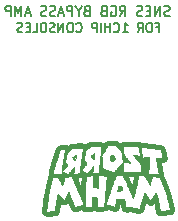
<source format=gbo>
%TF.GenerationSoftware,KiCad,Pcbnew,(5.1.2-1)-1*%
%TF.CreationDate,2020-12-17T21:08:13+01:00*%
%TF.ProjectId,snes_rgb_bypass_amp,736e6573-5f72-4676-925f-627970617373,3.2*%
%TF.SameCoordinates,Original*%
%TF.FileFunction,Legend,Bot*%
%TF.FilePolarity,Positive*%
%FSLAX46Y46*%
G04 Gerber Fmt 4.6, Leading zero omitted, Abs format (unit mm)*
G04 Created by KiCad (PCBNEW (5.1.2-1)-1) date 2020-12-17 21:08:13*
%MOMM*%
%LPD*%
G04 APERTURE LIST*
%ADD10C,0.175000*%
%ADD11C,0.152400*%
%ADD12C,0.010000*%
G04 APERTURE END LIST*
D10*
X155352380Y-96094285D02*
X155238095Y-96137142D01*
X155047619Y-96137142D01*
X154971428Y-96094285D01*
X154933333Y-96051428D01*
X154895238Y-95965714D01*
X154895238Y-95880000D01*
X154933333Y-95794285D01*
X154971428Y-95751428D01*
X155047619Y-95708571D01*
X155200000Y-95665714D01*
X155276190Y-95622857D01*
X155314285Y-95580000D01*
X155352380Y-95494285D01*
X155352380Y-95408571D01*
X155314285Y-95322857D01*
X155276190Y-95280000D01*
X155200000Y-95237142D01*
X155009523Y-95237142D01*
X154895238Y-95280000D01*
X154552380Y-96137142D02*
X154552380Y-95237142D01*
X154095238Y-96137142D01*
X154095238Y-95237142D01*
X153714285Y-95665714D02*
X153447619Y-95665714D01*
X153333333Y-96137142D02*
X153714285Y-96137142D01*
X153714285Y-95237142D01*
X153333333Y-95237142D01*
X153028571Y-96094285D02*
X152914285Y-96137142D01*
X152723809Y-96137142D01*
X152647619Y-96094285D01*
X152609523Y-96051428D01*
X152571428Y-95965714D01*
X152571428Y-95880000D01*
X152609523Y-95794285D01*
X152647619Y-95751428D01*
X152723809Y-95708571D01*
X152876190Y-95665714D01*
X152952380Y-95622857D01*
X152990476Y-95580000D01*
X153028571Y-95494285D01*
X153028571Y-95408571D01*
X152990476Y-95322857D01*
X152952380Y-95280000D01*
X152876190Y-95237142D01*
X152685714Y-95237142D01*
X152571428Y-95280000D01*
X151161904Y-96137142D02*
X151428571Y-95708571D01*
X151619047Y-96137142D02*
X151619047Y-95237142D01*
X151314285Y-95237142D01*
X151238095Y-95280000D01*
X151200000Y-95322857D01*
X151161904Y-95408571D01*
X151161904Y-95537142D01*
X151200000Y-95622857D01*
X151238095Y-95665714D01*
X151314285Y-95708571D01*
X151619047Y-95708571D01*
X150400000Y-95280000D02*
X150476190Y-95237142D01*
X150590476Y-95237142D01*
X150704761Y-95280000D01*
X150780952Y-95365714D01*
X150819047Y-95451428D01*
X150857142Y-95622857D01*
X150857142Y-95751428D01*
X150819047Y-95922857D01*
X150780952Y-96008571D01*
X150704761Y-96094285D01*
X150590476Y-96137142D01*
X150514285Y-96137142D01*
X150400000Y-96094285D01*
X150361904Y-96051428D01*
X150361904Y-95751428D01*
X150514285Y-95751428D01*
X149752380Y-95665714D02*
X149638095Y-95708571D01*
X149600000Y-95751428D01*
X149561904Y-95837142D01*
X149561904Y-95965714D01*
X149600000Y-96051428D01*
X149638095Y-96094285D01*
X149714285Y-96137142D01*
X150019047Y-96137142D01*
X150019047Y-95237142D01*
X149752380Y-95237142D01*
X149676190Y-95280000D01*
X149638095Y-95322857D01*
X149600000Y-95408571D01*
X149600000Y-95494285D01*
X149638095Y-95580000D01*
X149676190Y-95622857D01*
X149752380Y-95665714D01*
X150019047Y-95665714D01*
X148342857Y-95665714D02*
X148228571Y-95708571D01*
X148190476Y-95751428D01*
X148152380Y-95837142D01*
X148152380Y-95965714D01*
X148190476Y-96051428D01*
X148228571Y-96094285D01*
X148304761Y-96137142D01*
X148609523Y-96137142D01*
X148609523Y-95237142D01*
X148342857Y-95237142D01*
X148266666Y-95280000D01*
X148228571Y-95322857D01*
X148190476Y-95408571D01*
X148190476Y-95494285D01*
X148228571Y-95580000D01*
X148266666Y-95622857D01*
X148342857Y-95665714D01*
X148609523Y-95665714D01*
X147657142Y-95708571D02*
X147657142Y-96137142D01*
X147923809Y-95237142D02*
X147657142Y-95708571D01*
X147390476Y-95237142D01*
X147123809Y-96137142D02*
X147123809Y-95237142D01*
X146819047Y-95237142D01*
X146742857Y-95280000D01*
X146704761Y-95322857D01*
X146666666Y-95408571D01*
X146666666Y-95537142D01*
X146704761Y-95622857D01*
X146742857Y-95665714D01*
X146819047Y-95708571D01*
X147123809Y-95708571D01*
X146361904Y-95880000D02*
X145980952Y-95880000D01*
X146438095Y-96137142D02*
X146171428Y-95237142D01*
X145904761Y-96137142D01*
X145676190Y-96094285D02*
X145561904Y-96137142D01*
X145371428Y-96137142D01*
X145295238Y-96094285D01*
X145257142Y-96051428D01*
X145219047Y-95965714D01*
X145219047Y-95880000D01*
X145257142Y-95794285D01*
X145295238Y-95751428D01*
X145371428Y-95708571D01*
X145523809Y-95665714D01*
X145600000Y-95622857D01*
X145638095Y-95580000D01*
X145676190Y-95494285D01*
X145676190Y-95408571D01*
X145638095Y-95322857D01*
X145600000Y-95280000D01*
X145523809Y-95237142D01*
X145333333Y-95237142D01*
X145219047Y-95280000D01*
X144914285Y-96094285D02*
X144800000Y-96137142D01*
X144609523Y-96137142D01*
X144533333Y-96094285D01*
X144495238Y-96051428D01*
X144457142Y-95965714D01*
X144457142Y-95880000D01*
X144495238Y-95794285D01*
X144533333Y-95751428D01*
X144609523Y-95708571D01*
X144761904Y-95665714D01*
X144838095Y-95622857D01*
X144876190Y-95580000D01*
X144914285Y-95494285D01*
X144914285Y-95408571D01*
X144876190Y-95322857D01*
X144838095Y-95280000D01*
X144761904Y-95237142D01*
X144571428Y-95237142D01*
X144457142Y-95280000D01*
X143542857Y-95880000D02*
X143161904Y-95880000D01*
X143619047Y-96137142D02*
X143352380Y-95237142D01*
X143085714Y-96137142D01*
X142819047Y-96137142D02*
X142819047Y-95237142D01*
X142552380Y-95880000D01*
X142285714Y-95237142D01*
X142285714Y-96137142D01*
X141904761Y-96137142D02*
X141904761Y-95237142D01*
X141600000Y-95237142D01*
X141523809Y-95280000D01*
X141485714Y-95322857D01*
X141447619Y-95408571D01*
X141447619Y-95537142D01*
X141485714Y-95622857D01*
X141523809Y-95665714D01*
X141600000Y-95708571D01*
X141904761Y-95708571D01*
D11*
X154233809Y-97052857D02*
X154480476Y-97052857D01*
X154480476Y-97471904D02*
X154480476Y-96671904D01*
X154128095Y-96671904D01*
X153705238Y-96671904D02*
X153564285Y-96671904D01*
X153493809Y-96710000D01*
X153423333Y-96786190D01*
X153388095Y-96938571D01*
X153388095Y-97205238D01*
X153423333Y-97357619D01*
X153493809Y-97433809D01*
X153564285Y-97471904D01*
X153705238Y-97471904D01*
X153775714Y-97433809D01*
X153846190Y-97357619D01*
X153881428Y-97205238D01*
X153881428Y-96938571D01*
X153846190Y-96786190D01*
X153775714Y-96710000D01*
X153705238Y-96671904D01*
X152648095Y-97471904D02*
X152894761Y-97090952D01*
X153070952Y-97471904D02*
X153070952Y-96671904D01*
X152789047Y-96671904D01*
X152718571Y-96710000D01*
X152683333Y-96748095D01*
X152648095Y-96824285D01*
X152648095Y-96938571D01*
X152683333Y-97014761D01*
X152718571Y-97052857D01*
X152789047Y-97090952D01*
X153070952Y-97090952D01*
X151379523Y-97471904D02*
X151802380Y-97471904D01*
X151590952Y-97471904D02*
X151590952Y-96671904D01*
X151661428Y-96786190D01*
X151731904Y-96862380D01*
X151802380Y-96900476D01*
X150639523Y-97395714D02*
X150674761Y-97433809D01*
X150780476Y-97471904D01*
X150850952Y-97471904D01*
X150956666Y-97433809D01*
X151027142Y-97357619D01*
X151062380Y-97281428D01*
X151097619Y-97129047D01*
X151097619Y-97014761D01*
X151062380Y-96862380D01*
X151027142Y-96786190D01*
X150956666Y-96710000D01*
X150850952Y-96671904D01*
X150780476Y-96671904D01*
X150674761Y-96710000D01*
X150639523Y-96748095D01*
X150322380Y-97471904D02*
X150322380Y-96671904D01*
X150322380Y-97052857D02*
X149899523Y-97052857D01*
X149899523Y-97471904D02*
X149899523Y-96671904D01*
X149547142Y-97471904D02*
X149547142Y-96671904D01*
X149194761Y-97471904D02*
X149194761Y-96671904D01*
X148912857Y-96671904D01*
X148842380Y-96710000D01*
X148807142Y-96748095D01*
X148771904Y-96824285D01*
X148771904Y-96938571D01*
X148807142Y-97014761D01*
X148842380Y-97052857D01*
X148912857Y-97090952D01*
X149194761Y-97090952D01*
X147468095Y-97395714D02*
X147503333Y-97433809D01*
X147609047Y-97471904D01*
X147679523Y-97471904D01*
X147785238Y-97433809D01*
X147855714Y-97357619D01*
X147890952Y-97281428D01*
X147926190Y-97129047D01*
X147926190Y-97014761D01*
X147890952Y-96862380D01*
X147855714Y-96786190D01*
X147785238Y-96710000D01*
X147679523Y-96671904D01*
X147609047Y-96671904D01*
X147503333Y-96710000D01*
X147468095Y-96748095D01*
X147010000Y-96671904D02*
X146869047Y-96671904D01*
X146798571Y-96710000D01*
X146728095Y-96786190D01*
X146692857Y-96938571D01*
X146692857Y-97205238D01*
X146728095Y-97357619D01*
X146798571Y-97433809D01*
X146869047Y-97471904D01*
X147010000Y-97471904D01*
X147080476Y-97433809D01*
X147150952Y-97357619D01*
X147186190Y-97205238D01*
X147186190Y-96938571D01*
X147150952Y-96786190D01*
X147080476Y-96710000D01*
X147010000Y-96671904D01*
X146375714Y-97471904D02*
X146375714Y-96671904D01*
X145952857Y-97471904D01*
X145952857Y-96671904D01*
X145635714Y-97433809D02*
X145530000Y-97471904D01*
X145353809Y-97471904D01*
X145283333Y-97433809D01*
X145248095Y-97395714D01*
X145212857Y-97319523D01*
X145212857Y-97243333D01*
X145248095Y-97167142D01*
X145283333Y-97129047D01*
X145353809Y-97090952D01*
X145494761Y-97052857D01*
X145565238Y-97014761D01*
X145600476Y-96976666D01*
X145635714Y-96900476D01*
X145635714Y-96824285D01*
X145600476Y-96748095D01*
X145565238Y-96710000D01*
X145494761Y-96671904D01*
X145318571Y-96671904D01*
X145212857Y-96710000D01*
X144754761Y-96671904D02*
X144613809Y-96671904D01*
X144543333Y-96710000D01*
X144472857Y-96786190D01*
X144437619Y-96938571D01*
X144437619Y-97205238D01*
X144472857Y-97357619D01*
X144543333Y-97433809D01*
X144613809Y-97471904D01*
X144754761Y-97471904D01*
X144825238Y-97433809D01*
X144895714Y-97357619D01*
X144930952Y-97205238D01*
X144930952Y-96938571D01*
X144895714Y-96786190D01*
X144825238Y-96710000D01*
X144754761Y-96671904D01*
X143768095Y-97471904D02*
X144120476Y-97471904D01*
X144120476Y-96671904D01*
X143521428Y-97052857D02*
X143274761Y-97052857D01*
X143169047Y-97471904D02*
X143521428Y-97471904D01*
X143521428Y-96671904D01*
X143169047Y-96671904D01*
X142887142Y-97433809D02*
X142781428Y-97471904D01*
X142605238Y-97471904D01*
X142534761Y-97433809D01*
X142499523Y-97395714D01*
X142464285Y-97319523D01*
X142464285Y-97243333D01*
X142499523Y-97167142D01*
X142534761Y-97129047D01*
X142605238Y-97090952D01*
X142746190Y-97052857D01*
X142816666Y-97014761D01*
X142851904Y-96976666D01*
X142887142Y-96900476D01*
X142887142Y-96824285D01*
X142851904Y-96748095D01*
X142816666Y-96710000D01*
X142746190Y-96671904D01*
X142570000Y-96671904D01*
X142464285Y-96710000D01*
D12*
G36*
X150567694Y-107848596D02*
G01*
X150531707Y-107856370D01*
X150480526Y-107869396D01*
X150438144Y-107881096D01*
X150298950Y-107920670D01*
X150290131Y-108014029D01*
X150285236Y-108079281D01*
X150281989Y-108148213D01*
X150281212Y-108188350D01*
X150281111Y-108269312D01*
X150379537Y-108318878D01*
X150427780Y-108342393D01*
X150466590Y-108359872D01*
X150488896Y-108368165D01*
X150490817Y-108368444D01*
X150506177Y-108359407D01*
X150536635Y-108335179D01*
X150576904Y-108300092D01*
X150599366Y-108279550D01*
X150695059Y-108190655D01*
X150641416Y-108022022D01*
X150620645Y-107957516D01*
X150602752Y-107903421D01*
X150589535Y-107865074D01*
X150582795Y-107847808D01*
X150582555Y-107847456D01*
X150567694Y-107848596D01*
X150567694Y-107848596D01*
G37*
X150567694Y-107848596D02*
X150531707Y-107856370D01*
X150480526Y-107869396D01*
X150438144Y-107881096D01*
X150298950Y-107920670D01*
X150290131Y-108014029D01*
X150285236Y-108079281D01*
X150281989Y-108148213D01*
X150281212Y-108188350D01*
X150281111Y-108269312D01*
X150379537Y-108318878D01*
X150427780Y-108342393D01*
X150466590Y-108359872D01*
X150488896Y-108368165D01*
X150490817Y-108368444D01*
X150506177Y-108359407D01*
X150536635Y-108335179D01*
X150576904Y-108300092D01*
X150599366Y-108279550D01*
X150695059Y-108190655D01*
X150641416Y-108022022D01*
X150620645Y-107957516D01*
X150602752Y-107903421D01*
X150589535Y-107865074D01*
X150582795Y-107847808D01*
X150582555Y-107847456D01*
X150567694Y-107848596D01*
G36*
X148962826Y-107738124D02*
G01*
X148943505Y-107749071D01*
X148909015Y-107771663D01*
X148865028Y-107801855D01*
X148817217Y-107835604D01*
X148771253Y-107868867D01*
X148732809Y-107897602D01*
X148707558Y-107917765D01*
X148700667Y-107924987D01*
X148706165Y-107939017D01*
X148720977Y-107972958D01*
X148742583Y-108021099D01*
X148759121Y-108057397D01*
X148788047Y-108118714D01*
X148810842Y-108157768D01*
X148832737Y-108178127D01*
X148858961Y-108183362D01*
X148894746Y-108177045D01*
X148922917Y-108169213D01*
X148968778Y-108155971D01*
X148968778Y-108010177D01*
X148969708Y-107940021D01*
X148972204Y-107872357D01*
X148975824Y-107817327D01*
X148978076Y-107796543D01*
X148982558Y-107756401D01*
X148980432Y-107738100D01*
X148970153Y-107735721D01*
X148962826Y-107738124D01*
X148962826Y-107738124D01*
G37*
X148962826Y-107738124D02*
X148943505Y-107749071D01*
X148909015Y-107771663D01*
X148865028Y-107801855D01*
X148817217Y-107835604D01*
X148771253Y-107868867D01*
X148732809Y-107897602D01*
X148707558Y-107917765D01*
X148700667Y-107924987D01*
X148706165Y-107939017D01*
X148720977Y-107972958D01*
X148742583Y-108021099D01*
X148759121Y-108057397D01*
X148788047Y-108118714D01*
X148810842Y-108157768D01*
X148832737Y-108178127D01*
X148858961Y-108183362D01*
X148894746Y-108177045D01*
X148922917Y-108169213D01*
X148968778Y-108155971D01*
X148968778Y-108010177D01*
X148969708Y-107940021D01*
X148972204Y-107872357D01*
X148975824Y-107817327D01*
X148978076Y-107796543D01*
X148982558Y-107756401D01*
X148980432Y-107738100D01*
X148970153Y-107735721D01*
X148962826Y-107738124D01*
G36*
X147396632Y-107854808D02*
G01*
X147367743Y-107873792D01*
X147327065Y-107902051D01*
X147279953Y-107935707D01*
X147231763Y-107970880D01*
X147187850Y-108003691D01*
X147153572Y-108030261D01*
X147134284Y-108046710D01*
X147132354Y-108048894D01*
X147133841Y-108066625D01*
X147145468Y-108103202D01*
X147165012Y-108152097D01*
X147175747Y-108176272D01*
X147206718Y-108238655D01*
X147233833Y-108277124D01*
X147261817Y-108294655D01*
X147295398Y-108294220D01*
X147338945Y-108278947D01*
X147381278Y-108260644D01*
X147396321Y-108057017D01*
X147401461Y-107984508D01*
X147405426Y-107922766D01*
X147407922Y-107876884D01*
X147408653Y-107851958D01*
X147408374Y-107848979D01*
X147396632Y-107854808D01*
X147396632Y-107854808D01*
G37*
X147396632Y-107854808D02*
X147367743Y-107873792D01*
X147327065Y-107902051D01*
X147279953Y-107935707D01*
X147231763Y-107970880D01*
X147187850Y-108003691D01*
X147153572Y-108030261D01*
X147134284Y-108046710D01*
X147132354Y-108048894D01*
X147133841Y-108066625D01*
X147145468Y-108103202D01*
X147165012Y-108152097D01*
X147175747Y-108176272D01*
X147206718Y-108238655D01*
X147233833Y-108277124D01*
X147261817Y-108294655D01*
X147295398Y-108294220D01*
X147338945Y-108278947D01*
X147381278Y-108260644D01*
X147396321Y-108057017D01*
X147401461Y-107984508D01*
X147405426Y-107922766D01*
X147407922Y-107876884D01*
X147408653Y-107851958D01*
X147408374Y-107848979D01*
X147396632Y-107854808D01*
G36*
X150981388Y-110682012D02*
G01*
X150962577Y-110749757D01*
X150946879Y-110807327D01*
X150935699Y-110849486D01*
X150930445Y-110870996D01*
X150930222Y-110872512D01*
X150943770Y-110875836D01*
X150982270Y-110877418D01*
X151042507Y-110877287D01*
X151121266Y-110875469D01*
X151215334Y-110871989D01*
X151264418Y-110869764D01*
X151365781Y-110864913D01*
X151353396Y-110826706D01*
X151344180Y-110797377D01*
X151329181Y-110748676D01*
X151310746Y-110688258D01*
X151297288Y-110643861D01*
X151253566Y-110499222D01*
X151032554Y-110499222D01*
X150981388Y-110682012D01*
X150981388Y-110682012D01*
G37*
X150981388Y-110682012D02*
X150962577Y-110749757D01*
X150946879Y-110807327D01*
X150935699Y-110849486D01*
X150930445Y-110870996D01*
X150930222Y-110872512D01*
X150943770Y-110875836D01*
X150982270Y-110877418D01*
X151042507Y-110877287D01*
X151121266Y-110875469D01*
X151215334Y-110871989D01*
X151264418Y-110869764D01*
X151365781Y-110864913D01*
X151353396Y-110826706D01*
X151344180Y-110797377D01*
X151329181Y-110748676D01*
X151310746Y-110688258D01*
X151297288Y-110643861D01*
X151253566Y-110499222D01*
X151032554Y-110499222D01*
X150981388Y-110682012D01*
G36*
X150331646Y-106691776D02*
G01*
X150243192Y-106693172D01*
X150167260Y-106695930D01*
X150108943Y-106700117D01*
X150079304Y-106704343D01*
X150019850Y-106722497D01*
X149959133Y-106750199D01*
X149905530Y-106782754D01*
X149867419Y-106815471D01*
X149857917Y-106828356D01*
X149835776Y-106864869D01*
X149819721Y-106879903D01*
X149802014Y-106876586D01*
X149778310Y-106860522D01*
X149733458Y-106837710D01*
X149664380Y-106817486D01*
X149570007Y-106799635D01*
X149449274Y-106783942D01*
X149349778Y-106774238D01*
X149252787Y-106767100D01*
X149147066Y-106761598D01*
X149037227Y-106757750D01*
X148927885Y-106755579D01*
X148823653Y-106755105D01*
X148729144Y-106756349D01*
X148648973Y-106759334D01*
X148587752Y-106764079D01*
X148550163Y-106770584D01*
X148499368Y-106795550D01*
X148435275Y-106843147D01*
X148387036Y-106885893D01*
X148282692Y-106983339D01*
X148239155Y-106955774D01*
X148202263Y-106935963D01*
X148158758Y-106920171D01*
X148105510Y-106908086D01*
X148039389Y-106899394D01*
X147957265Y-106893781D01*
X147856007Y-106890934D01*
X147732485Y-106890539D01*
X147602256Y-106891980D01*
X147451259Y-106895063D01*
X147325100Y-106899664D01*
X147220407Y-106906542D01*
X147133805Y-106916455D01*
X147061922Y-106930162D01*
X147001383Y-106948420D01*
X146948816Y-106971988D01*
X146900847Y-107001622D01*
X146854103Y-107038083D01*
X146820833Y-107067586D01*
X146782500Y-107102820D01*
X146729111Y-107067735D01*
X146670417Y-107035945D01*
X146604569Y-107014403D01*
X146528320Y-107003051D01*
X146438421Y-107001833D01*
X146331622Y-107010692D01*
X146204675Y-107029571D01*
X146065384Y-107056133D01*
X145978887Y-107077472D01*
X145916845Y-107101316D01*
X145885913Y-107120253D01*
X145834488Y-107170300D01*
X145785915Y-107236019D01*
X145748482Y-107305389D01*
X145736940Y-107336334D01*
X145722989Y-107378482D01*
X145709750Y-107413154D01*
X145708522Y-107415944D01*
X145700253Y-107437623D01*
X145684674Y-107481436D01*
X145663361Y-107542731D01*
X145637889Y-107616855D01*
X145609835Y-107699156D01*
X145580775Y-107784982D01*
X145552285Y-107869679D01*
X145525941Y-107948597D01*
X145503320Y-108017082D01*
X145485996Y-108070482D01*
X145476675Y-108100333D01*
X145463332Y-108144063D01*
X145444868Y-108203561D01*
X145424739Y-108267709D01*
X145419658Y-108283778D01*
X145391984Y-108373757D01*
X145359281Y-108484315D01*
X145323302Y-108609153D01*
X145285799Y-108741973D01*
X145248526Y-108876477D01*
X145213234Y-109006367D01*
X145181676Y-109125345D01*
X145155604Y-109227113D01*
X145144153Y-109273825D01*
X145128550Y-109343792D01*
X145120448Y-109395984D01*
X145119035Y-109439597D01*
X145123501Y-109483826D01*
X145124864Y-109492547D01*
X145131313Y-109545189D01*
X145129138Y-109582608D01*
X145117324Y-109616761D01*
X145113675Y-109624333D01*
X145103468Y-109652129D01*
X145087963Y-109703935D01*
X145068039Y-109776224D01*
X145044571Y-109865466D01*
X145018436Y-109968133D01*
X144990511Y-110080698D01*
X144961673Y-110199631D01*
X144932798Y-110321405D01*
X144904763Y-110442491D01*
X144878444Y-110559361D01*
X144857716Y-110654444D01*
X144817496Y-110849775D01*
X144778156Y-111054895D01*
X144740933Y-111262615D01*
X144707065Y-111465743D01*
X144677788Y-111657088D01*
X144654341Y-111829460D01*
X144651324Y-111853889D01*
X144642395Y-111924885D01*
X144632863Y-111996809D01*
X144624388Y-112057240D01*
X144622095Y-112072611D01*
X144600828Y-112227186D01*
X144585672Y-112370782D01*
X144576765Y-112500217D01*
X144574246Y-112612314D01*
X144578254Y-112703891D01*
X144588927Y-112771770D01*
X144591247Y-112780167D01*
X144623315Y-112844748D01*
X144675971Y-112904707D01*
X144741698Y-112952837D01*
X144797001Y-112977466D01*
X144866940Y-112992336D01*
X144962998Y-113001030D01*
X145083747Y-113003502D01*
X145227757Y-112999705D01*
X145321056Y-112994632D01*
X145460367Y-112984294D01*
X145574812Y-112972084D01*
X145667729Y-112957181D01*
X145742453Y-112938761D01*
X145802322Y-112916001D01*
X145850673Y-112888078D01*
X145890843Y-112854170D01*
X145890896Y-112854118D01*
X145923996Y-112816064D01*
X145950058Y-112772970D01*
X145970617Y-112720039D01*
X145987210Y-112652474D01*
X146001373Y-112565480D01*
X146012418Y-112474778D01*
X146029452Y-112322305D01*
X146044590Y-112190840D01*
X146057675Y-112081650D01*
X146068547Y-111995998D01*
X146077049Y-111935152D01*
X146083022Y-111900376D01*
X146085302Y-111892588D01*
X146098394Y-111895347D01*
X146125802Y-111913482D01*
X146158158Y-111940114D01*
X146202638Y-111975912D01*
X146247722Y-112006418D01*
X146273556Y-112020292D01*
X146325748Y-112034426D01*
X146393770Y-112041361D01*
X146466108Y-112040888D01*
X146531248Y-112032795D01*
X146558436Y-112025512D01*
X146611353Y-111997290D01*
X146666461Y-111952168D01*
X146714265Y-111898933D01*
X146740631Y-111856900D01*
X146762830Y-111811063D01*
X146780626Y-111871282D01*
X146798687Y-111922836D01*
X146820445Y-111972883D01*
X146824520Y-111980889D01*
X146839158Y-112011536D01*
X146861665Y-112062223D01*
X146889378Y-112126804D01*
X146919637Y-112199133D01*
X146931438Y-112227833D01*
X146962574Y-112301873D01*
X146993085Y-112370765D01*
X147020090Y-112428254D01*
X147040709Y-112468080D01*
X147046191Y-112477161D01*
X147106912Y-112544470D01*
X147187811Y-112592491D01*
X147269031Y-112617147D01*
X147319025Y-112625509D01*
X147361375Y-112626756D01*
X147408266Y-112620353D01*
X147459531Y-112608806D01*
X147513048Y-112595124D01*
X147557404Y-112582636D01*
X147584042Y-112573771D01*
X147585889Y-112572948D01*
X147632385Y-112552256D01*
X147685697Y-112532467D01*
X147754678Y-112510387D01*
X147782495Y-112502023D01*
X147887378Y-112470833D01*
X147916550Y-112505648D01*
X147983691Y-112564043D01*
X148071287Y-112604334D01*
X148177888Y-112626212D01*
X148302048Y-112629371D01*
X148432556Y-112615149D01*
X148480957Y-112608185D01*
X148546838Y-112600045D01*
X148619563Y-112592002D01*
X148658333Y-112588110D01*
X148760741Y-112576753D01*
X148847838Y-112564061D01*
X148916105Y-112550688D01*
X148962022Y-112537286D01*
X148978417Y-112528707D01*
X149004655Y-112524998D01*
X149027806Y-112535745D01*
X149062615Y-112553751D01*
X149104653Y-112567316D01*
X149157544Y-112576780D01*
X149224911Y-112582481D01*
X149310380Y-112584760D01*
X149417574Y-112583955D01*
X149516148Y-112581479D01*
X149649183Y-112576532D01*
X149757311Y-112570089D01*
X149843835Y-112561440D01*
X149912061Y-112549875D01*
X149965292Y-112534681D01*
X150006831Y-112515148D01*
X150039984Y-112490564D01*
X150065630Y-112463229D01*
X150076320Y-112454392D01*
X150093227Y-112451200D01*
X150121703Y-112454169D01*
X150167098Y-112463817D01*
X150227908Y-112478909D01*
X150298428Y-112497214D01*
X150368225Y-112515873D01*
X150426835Y-112532065D01*
X150450445Y-112538878D01*
X150539497Y-112564789D01*
X150607177Y-112582848D01*
X150658972Y-112593873D01*
X150700369Y-112598679D01*
X150736854Y-112598083D01*
X150773915Y-112592901D01*
X150791034Y-112589540D01*
X150884919Y-112560778D01*
X150958462Y-112516091D01*
X151014004Y-112452914D01*
X151053882Y-112368682D01*
X151077884Y-112275066D01*
X151090228Y-112209962D01*
X151102612Y-112145891D01*
X151112641Y-112095221D01*
X151113869Y-112089173D01*
X151122335Y-112039144D01*
X151127265Y-111993410D01*
X151127778Y-111979812D01*
X151130262Y-111952962D01*
X151143193Y-111941304D01*
X151174791Y-111938580D01*
X151181962Y-111938556D01*
X151236147Y-111938556D01*
X151252790Y-112033806D01*
X151263591Y-112099833D01*
X151274943Y-112175760D01*
X151283034Y-112234889D01*
X151301565Y-112348295D01*
X151324846Y-112438775D01*
X151352285Y-112504264D01*
X151366486Y-112525871D01*
X151419039Y-112579684D01*
X151482002Y-112618653D01*
X151558258Y-112643315D01*
X151650689Y-112654207D01*
X151762178Y-112651866D01*
X151895607Y-112636830D01*
X151932111Y-112631249D01*
X151954863Y-112628074D01*
X151977693Y-112626461D01*
X152003597Y-112626922D01*
X152035572Y-112629974D01*
X152076612Y-112636131D01*
X152129713Y-112645908D01*
X152197871Y-112659819D01*
X152284080Y-112678380D01*
X152391338Y-112702106D01*
X152522639Y-112731511D01*
X152545945Y-112736747D01*
X152637951Y-112755907D01*
X152710368Y-112766749D01*
X152770477Y-112769579D01*
X152825561Y-112764705D01*
X152882901Y-112752434D01*
X152887655Y-112751182D01*
X152962086Y-112723116D01*
X153023011Y-112680378D01*
X153073292Y-112619555D01*
X153115790Y-112537234D01*
X153151370Y-112436631D01*
X153172389Y-112367862D01*
X153197995Y-112284867D01*
X153226095Y-112194347D01*
X153254596Y-112103005D01*
X153281408Y-112017542D01*
X153304438Y-111944660D01*
X153321595Y-111891060D01*
X153323517Y-111885146D01*
X153335652Y-111843108D01*
X153342592Y-111809767D01*
X153343222Y-111802196D01*
X153350201Y-111802911D01*
X153368912Y-111823536D01*
X153396022Y-111860120D01*
X153412125Y-111883828D01*
X153464593Y-111955581D01*
X153515061Y-112005738D01*
X153570444Y-112039481D01*
X153637658Y-112061991D01*
X153655387Y-112066096D01*
X153746829Y-112073854D01*
X153836702Y-112059496D01*
X153918715Y-112025377D01*
X153986579Y-111973850D01*
X154022227Y-111928796D01*
X154041948Y-111899885D01*
X154055208Y-111885930D01*
X154057204Y-111885833D01*
X154063446Y-111903045D01*
X154073370Y-111943300D01*
X154086042Y-112001799D01*
X154100529Y-112073744D01*
X154115900Y-112154335D01*
X154131220Y-112238773D01*
X154145556Y-112322259D01*
X154157977Y-112399994D01*
X154160727Y-112418333D01*
X154172849Y-112497971D01*
X154185063Y-112573911D01*
X154196134Y-112638744D01*
X154204827Y-112685060D01*
X154206621Y-112693500D01*
X154237941Y-112782479D01*
X154288968Y-112852783D01*
X154361228Y-112905885D01*
X154456246Y-112943260D01*
X154468407Y-112946540D01*
X154496792Y-112953364D01*
X154523942Y-112957980D01*
X154554070Y-112960238D01*
X154591392Y-112959991D01*
X154640121Y-112957091D01*
X154704472Y-112951390D01*
X154788659Y-112942739D01*
X154890342Y-112931709D01*
X154991984Y-112920614D01*
X155090788Y-112909918D01*
X155181140Y-112900221D01*
X155257424Y-112892124D01*
X155314026Y-112886230D01*
X155332889Y-112884326D01*
X155411741Y-112875129D01*
X155470144Y-112864235D01*
X155515866Y-112849488D01*
X155556678Y-112828731D01*
X155575177Y-112817076D01*
X155635906Y-112761580D01*
X155684036Y-112686735D01*
X155715938Y-112599950D01*
X155725967Y-112523915D01*
X155382278Y-112523915D01*
X155029500Y-112561267D01*
X154930914Y-112571763D01*
X154840100Y-112581543D01*
X154761322Y-112590137D01*
X154698844Y-112597079D01*
X154656928Y-112601900D01*
X154641445Y-112603858D01*
X154604958Y-112609386D01*
X154577975Y-112611136D01*
X154558355Y-112605558D01*
X154543955Y-112589100D01*
X154532633Y-112558211D01*
X154522246Y-112509340D01*
X154510651Y-112438935D01*
X154499730Y-112368944D01*
X154482975Y-112266836D01*
X154463054Y-112152686D01*
X154442148Y-112038608D01*
X154422442Y-111936715D01*
X154417090Y-111910333D01*
X154401636Y-111838308D01*
X154382288Y-111752924D01*
X154360083Y-111658308D01*
X154336059Y-111558590D01*
X154311254Y-111457899D01*
X154286707Y-111360363D01*
X154263454Y-111270112D01*
X154242534Y-111191275D01*
X154224986Y-111127979D01*
X154211846Y-111084355D01*
X154204678Y-111065379D01*
X154196002Y-111066622D01*
X154177367Y-111085485D01*
X154147853Y-111123217D01*
X154106541Y-111181067D01*
X154052514Y-111260284D01*
X153984853Y-111362116D01*
X153971539Y-111382359D01*
X153914158Y-111469553D01*
X153861570Y-111549151D01*
X153815829Y-111618067D01*
X153778991Y-111673215D01*
X153753112Y-111711509D01*
X153740248Y-111729862D01*
X153739446Y-111730839D01*
X153727887Y-111724536D01*
X153704904Y-111698824D01*
X153674171Y-111658138D01*
X153649245Y-111621969D01*
X153610269Y-111564465D01*
X153559121Y-111490541D01*
X153500294Y-111406554D01*
X153438278Y-111318861D01*
X153377565Y-111233822D01*
X153322647Y-111157793D01*
X153287236Y-111109528D01*
X153263459Y-111080639D01*
X153245771Y-111064736D01*
X153242720Y-111063667D01*
X153235925Y-111076611D01*
X153221701Y-111113362D01*
X153201068Y-111170799D01*
X153175045Y-111245801D01*
X153144651Y-111335245D01*
X153110903Y-111436012D01*
X153074822Y-111544979D01*
X153037426Y-111659025D01*
X152999733Y-111775029D01*
X152962764Y-111889869D01*
X152927535Y-112000425D01*
X152895067Y-112103574D01*
X152866377Y-112196196D01*
X152842486Y-112275169D01*
X152824411Y-112337371D01*
X152813176Y-112379661D01*
X152802260Y-112410772D01*
X152791209Y-112426427D01*
X152771997Y-112427357D01*
X152733675Y-112422318D01*
X152684462Y-112412400D01*
X152683411Y-112412156D01*
X152639678Y-112402200D01*
X152574468Y-112387615D01*
X152493886Y-112369754D01*
X152404038Y-112349971D01*
X152311026Y-112329617D01*
X152304548Y-112328205D01*
X152020818Y-112266351D01*
X151895326Y-112285937D01*
X151829282Y-112296079D01*
X151765124Y-112305652D01*
X151714261Y-112312960D01*
X151704048Y-112314358D01*
X151638263Y-112323192D01*
X151628205Y-112240235D01*
X151622851Y-112200211D01*
X151613943Y-112138253D01*
X151602364Y-112060296D01*
X151588996Y-111972277D01*
X151574721Y-111880134D01*
X151573926Y-111875056D01*
X151529705Y-111592833D01*
X151192125Y-111589044D01*
X151097066Y-111588462D01*
X151011367Y-111588861D01*
X150939075Y-111590147D01*
X150884235Y-111592226D01*
X150850891Y-111595004D01*
X150842622Y-111597179D01*
X150836411Y-111615152D01*
X150828337Y-111655245D01*
X150819449Y-111711505D01*
X150810869Y-111777357D01*
X150801405Y-111853593D01*
X150790478Y-111935100D01*
X150778864Y-112016789D01*
X150767338Y-112093568D01*
X150756676Y-112160348D01*
X150747655Y-112212039D01*
X150741049Y-112243550D01*
X150738778Y-112250354D01*
X150724257Y-112249419D01*
X150686712Y-112241916D01*
X150630314Y-112228821D01*
X150559235Y-112211112D01*
X150477646Y-112189764D01*
X150461539Y-112185441D01*
X150367249Y-112160514D01*
X150272094Y-112136200D01*
X150183251Y-112114274D01*
X150107898Y-112096511D01*
X150057123Y-112085463D01*
X149999397Y-112072280D01*
X149952965Y-112058763D01*
X149924263Y-112046936D01*
X149918321Y-112041773D01*
X149920554Y-112021440D01*
X149932634Y-111976304D01*
X149954062Y-111907817D01*
X149984338Y-111817432D01*
X150022962Y-111706604D01*
X150069436Y-111576784D01*
X150123260Y-111429428D01*
X150183935Y-111265987D01*
X150196284Y-111233000D01*
X150235597Y-111127655D01*
X150281818Y-111003021D01*
X150332276Y-110866354D01*
X150384297Y-110724911D01*
X150435208Y-110585948D01*
X150482334Y-110456720D01*
X150487403Y-110442778D01*
X150552226Y-110264342D01*
X150608088Y-110110587D01*
X150655714Y-109979684D01*
X150695828Y-109869807D01*
X150729157Y-109779127D01*
X150756426Y-109705817D01*
X150778359Y-109648049D01*
X150779443Y-109645292D01*
X150411903Y-109645292D01*
X150403707Y-109676055D01*
X150387311Y-109729477D01*
X150386597Y-109725160D01*
X150038191Y-109725160D01*
X150037031Y-109758080D01*
X150034296Y-109802842D01*
X150029873Y-109861252D01*
X150023653Y-109935121D01*
X150015525Y-110026256D01*
X150005378Y-110136466D01*
X149993104Y-110267560D01*
X149978590Y-110421346D01*
X149961726Y-110599633D01*
X149942556Y-110802611D01*
X149927045Y-110967269D01*
X149911681Y-111130689D01*
X149896779Y-111289487D01*
X149882657Y-111440279D01*
X149869631Y-111579680D01*
X149858016Y-111704306D01*
X149848130Y-111810772D01*
X149840288Y-111895694D01*
X149835080Y-111952667D01*
X149827167Y-112035636D01*
X149819439Y-112108730D01*
X149812441Y-112167372D01*
X149806719Y-112206985D01*
X149802857Y-112222952D01*
X149786786Y-112226185D01*
X149746814Y-112229924D01*
X149687251Y-112233893D01*
X149612407Y-112237814D01*
X149526593Y-112241411D01*
X149501702Y-112242305D01*
X149209127Y-112252428D01*
X149205369Y-111867400D01*
X149201611Y-111482373D01*
X149032278Y-111442914D01*
X148964550Y-111427581D01*
X148905011Y-111414931D01*
X148860057Y-111406268D01*
X148836086Y-111402896D01*
X148835983Y-111402894D01*
X148828218Y-111403697D01*
X148822202Y-111408481D01*
X148817803Y-111420263D01*
X148814886Y-111442063D01*
X148813319Y-111476901D01*
X148812967Y-111527794D01*
X148813697Y-111597762D01*
X148815375Y-111689823D01*
X148817868Y-111806997D01*
X148817947Y-111810590D01*
X148826871Y-112218846D01*
X148753186Y-112228031D01*
X148711405Y-112233285D01*
X148649428Y-112241137D01*
X148575052Y-112250598D01*
X148496075Y-112260676D01*
X148481945Y-112262483D01*
X148405850Y-112271897D01*
X148335719Y-112279995D01*
X148278337Y-112286033D01*
X148240491Y-112289266D01*
X148235000Y-112289545D01*
X148185611Y-112291339D01*
X148186763Y-112025409D01*
X148093889Y-112025409D01*
X148080246Y-112039134D01*
X148040094Y-112057897D01*
X147974596Y-112081196D01*
X147935139Y-112093647D01*
X147862623Y-112116286D01*
X147773327Y-112144851D01*
X147677174Y-112176132D01*
X147584086Y-112206919D01*
X147557667Y-112215771D01*
X147483877Y-112239858D01*
X147419615Y-112259453D01*
X147369522Y-112273249D01*
X147338242Y-112279943D01*
X147330066Y-112279749D01*
X147320472Y-112262147D01*
X147301522Y-112220893D01*
X147274291Y-112158561D01*
X147239854Y-112077723D01*
X147199285Y-111980954D01*
X147153659Y-111870824D01*
X147104050Y-111749908D01*
X147051532Y-111620777D01*
X146997181Y-111486006D01*
X146964907Y-111405433D01*
X146915512Y-111282796D01*
X146875189Y-111185014D01*
X146843205Y-111110476D01*
X146818827Y-111057571D01*
X146801324Y-111024691D01*
X146789963Y-111010223D01*
X146785160Y-111010321D01*
X146775157Y-111027340D01*
X146754402Y-111066153D01*
X146724694Y-111123275D01*
X146687829Y-111195220D01*
X146645606Y-111278504D01*
X146599821Y-111369642D01*
X146599350Y-111370583D01*
X146554122Y-111460625D01*
X146512971Y-111541797D01*
X146477576Y-111610848D01*
X146449617Y-111664525D01*
X146430772Y-111699577D01*
X146422722Y-111712751D01*
X146422639Y-111712778D01*
X146411916Y-111702897D01*
X146384520Y-111675041D01*
X146343011Y-111631888D01*
X146289952Y-111576116D01*
X146227901Y-111510404D01*
X146159589Y-111437611D01*
X146090907Y-111364591D01*
X146028391Y-111298853D01*
X145974652Y-111243085D01*
X145932299Y-111199970D01*
X145903941Y-111172195D01*
X145892208Y-111162444D01*
X145886020Y-111175486D01*
X145875533Y-111211425D01*
X145861978Y-111265485D01*
X145846589Y-111332891D01*
X145838491Y-111370583D01*
X145813495Y-111490135D01*
X145792477Y-111593255D01*
X145774683Y-111684837D01*
X145759361Y-111769774D01*
X145745757Y-111852960D01*
X145733116Y-111939287D01*
X145720686Y-112033649D01*
X145707713Y-112140940D01*
X145693443Y-112266052D01*
X145677123Y-112413879D01*
X145675430Y-112429358D01*
X145667389Y-112496586D01*
X145659294Y-112553377D01*
X145652059Y-112593952D01*
X145646599Y-112612534D01*
X145646370Y-112612803D01*
X145627767Y-112618682D01*
X145586425Y-112624679D01*
X145526819Y-112630594D01*
X145453422Y-112636231D01*
X145370709Y-112641390D01*
X145283153Y-112645875D01*
X145195229Y-112649486D01*
X145111412Y-112652026D01*
X145036174Y-112653298D01*
X144973992Y-112653102D01*
X144929338Y-112651242D01*
X144906686Y-112647519D01*
X144904778Y-112645618D01*
X144906411Y-112620816D01*
X144910976Y-112572458D01*
X144917974Y-112504999D01*
X144926903Y-112422896D01*
X144937263Y-112330606D01*
X144948553Y-112232584D01*
X144960274Y-112133286D01*
X144971924Y-112037170D01*
X144983003Y-111948690D01*
X144983396Y-111945611D01*
X145001093Y-111814937D01*
X145022765Y-111667149D01*
X145047386Y-111508407D01*
X145073928Y-111344872D01*
X145101364Y-111182701D01*
X145128665Y-111028056D01*
X145154804Y-110887096D01*
X145178753Y-110765981D01*
X145185865Y-110732056D01*
X145210218Y-110620506D01*
X145236649Y-110504020D01*
X145264318Y-110385899D01*
X145292385Y-110269440D01*
X145320010Y-110157944D01*
X145346354Y-110054711D01*
X145370577Y-109963039D01*
X145391837Y-109886228D01*
X145409297Y-109827579D01*
X145422115Y-109790390D01*
X145428687Y-109778145D01*
X145451032Y-109772515D01*
X145493706Y-109768189D01*
X145548825Y-109765869D01*
X145569360Y-109765660D01*
X145645471Y-109764418D01*
X145731921Y-109761351D01*
X145810937Y-109757101D01*
X145816305Y-109756736D01*
X145941945Y-109748029D01*
X146015328Y-109908431D01*
X146071886Y-110031266D01*
X146123258Y-110141272D01*
X146168424Y-110236356D01*
X146206362Y-110314423D01*
X146236053Y-110373379D01*
X146256477Y-110411131D01*
X146266613Y-110425583D01*
X146267273Y-110425542D01*
X146272832Y-110410886D01*
X146285278Y-110372823D01*
X146303474Y-110315004D01*
X146326283Y-110241079D01*
X146352568Y-110154698D01*
X146377980Y-110070242D01*
X146406340Y-109975936D01*
X146432153Y-109890914D01*
X146454296Y-109818805D01*
X146471647Y-109763243D01*
X146483084Y-109727857D01*
X146487384Y-109716270D01*
X146503417Y-109712812D01*
X146542368Y-109708361D01*
X146599121Y-109703248D01*
X146668560Y-109697804D01*
X146745568Y-109692357D01*
X146825028Y-109687239D01*
X146901825Y-109682778D01*
X146970841Y-109679305D01*
X147026960Y-109677150D01*
X147065065Y-109676643D01*
X147079993Y-109678054D01*
X147087469Y-109693212D01*
X147104009Y-109731135D01*
X147128181Y-109788390D01*
X147158550Y-109861545D01*
X147193683Y-109947168D01*
X147232145Y-110041827D01*
X147237357Y-110054722D01*
X147365241Y-110366422D01*
X147498929Y-110683138D01*
X147633868Y-110994238D01*
X147765509Y-111289085D01*
X147767894Y-111294341D01*
X147803055Y-111372108D01*
X147833835Y-111440786D01*
X147858457Y-111496361D01*
X147875145Y-111534819D01*
X147882121Y-111552147D01*
X147882222Y-111552642D01*
X147887973Y-111566871D01*
X147903924Y-111602343D01*
X147928129Y-111654826D01*
X147958638Y-111720089D01*
X147988056Y-111782419D01*
X148022565Y-111856316D01*
X148052364Y-111922190D01*
X148075472Y-111975492D01*
X148089910Y-112011677D01*
X148093889Y-112025409D01*
X148186763Y-112025409D01*
X148188104Y-111716308D01*
X148189101Y-111573684D01*
X148190824Y-111424590D01*
X148193159Y-111274902D01*
X148195992Y-111130497D01*
X148199209Y-110997251D01*
X148202695Y-110881040D01*
X148205984Y-110795556D01*
X148213541Y-110631483D01*
X148221362Y-110472345D01*
X148229292Y-110320571D01*
X148237179Y-110178592D01*
X148244871Y-110048839D01*
X148252215Y-109933744D01*
X148259060Y-109835736D01*
X148265251Y-109757246D01*
X148268061Y-109727744D01*
X147922682Y-109727744D01*
X147919475Y-109764465D01*
X147919261Y-109766179D01*
X147916362Y-109798233D01*
X147912561Y-109853546D01*
X147908145Y-109927184D01*
X147903404Y-110014208D01*
X147898624Y-110109682D01*
X147896241Y-110160556D01*
X147891527Y-110259589D01*
X147886696Y-110353770D01*
X147882042Y-110437894D01*
X147877860Y-110506759D01*
X147874442Y-110555162D01*
X147873144Y-110569754D01*
X147865205Y-110647342D01*
X147831997Y-110583865D01*
X147809888Y-110538705D01*
X147782945Y-110479568D01*
X147756739Y-110418712D01*
X147755015Y-110414556D01*
X147726985Y-110346863D01*
X147694867Y-110269413D01*
X147665419Y-110198501D01*
X147664309Y-110195833D01*
X147624559Y-110098700D01*
X147576126Y-109977716D01*
X147520065Y-109835521D01*
X147505750Y-109798934D01*
X147515388Y-109789272D01*
X147552621Y-109781042D01*
X147617736Y-109774182D01*
X147623852Y-109773713D01*
X147716905Y-109764609D01*
X147797162Y-109752578D01*
X147859970Y-109738525D01*
X147900678Y-109723352D01*
X147908200Y-109718470D01*
X147919279Y-109713946D01*
X147922682Y-109727744D01*
X148268061Y-109727744D01*
X148270638Y-109700706D01*
X148275066Y-109668547D01*
X148277103Y-109662057D01*
X148295204Y-109655898D01*
X148337225Y-109647961D01*
X148398961Y-109638791D01*
X148476208Y-109628932D01*
X148564759Y-109618928D01*
X148660410Y-109609325D01*
X148737725Y-109602422D01*
X148852395Y-109592772D01*
X148858224Y-110073597D01*
X148859836Y-110187341D01*
X148861765Y-110291967D01*
X148863916Y-110384165D01*
X148866194Y-110460623D01*
X148868502Y-110518030D01*
X148870745Y-110553075D01*
X148872367Y-110562737D01*
X148888760Y-110568136D01*
X148926763Y-110576560D01*
X148980218Y-110586963D01*
X149042968Y-110598295D01*
X149108858Y-110609511D01*
X149171730Y-110619561D01*
X149225428Y-110627399D01*
X149263795Y-110631976D01*
X149280674Y-110632245D01*
X149280715Y-110632222D01*
X149283556Y-110617263D01*
X149286890Y-110578087D01*
X149290492Y-110518690D01*
X149294137Y-110443067D01*
X149297600Y-110355214D01*
X149299489Y-110298564D01*
X149303830Y-110167474D01*
X149308519Y-110040746D01*
X149313402Y-109921441D01*
X149318327Y-109812623D01*
X149323141Y-109717355D01*
X149327690Y-109638699D01*
X149331823Y-109579717D01*
X149335387Y-109543473D01*
X149337689Y-109532940D01*
X149351983Y-109534587D01*
X149389477Y-109541396D01*
X149445811Y-109552454D01*
X149516625Y-109566846D01*
X149597560Y-109583657D01*
X149684256Y-109601971D01*
X149772352Y-109620875D01*
X149857489Y-109639452D01*
X149935307Y-109656789D01*
X150001446Y-109671970D01*
X150011438Y-109674323D01*
X150018222Y-109675002D01*
X150024204Y-109674861D01*
X150029271Y-109675709D01*
X150033314Y-109679354D01*
X150036221Y-109687605D01*
X150037884Y-109702271D01*
X150038191Y-109725160D01*
X150386597Y-109725160D01*
X150378032Y-109673377D01*
X150373307Y-109636904D01*
X150372859Y-109614484D01*
X150373713Y-109612007D01*
X150389178Y-109611596D01*
X150399387Y-109614685D01*
X150411627Y-109624489D01*
X150411903Y-109645292D01*
X150779443Y-109645292D01*
X150795682Y-109603997D01*
X150809121Y-109571831D01*
X150819399Y-109549726D01*
X150827244Y-109535852D01*
X150833379Y-109528383D01*
X150838530Y-109525492D01*
X150843423Y-109525349D01*
X150848782Y-109526129D01*
X150851089Y-109526287D01*
X150878817Y-109528352D01*
X150926513Y-109533313D01*
X150988951Y-109540497D01*
X151060902Y-109549231D01*
X151137139Y-109558843D01*
X151212436Y-109568662D01*
X151281565Y-109578014D01*
X151339299Y-109586228D01*
X151380410Y-109592630D01*
X151399672Y-109596549D01*
X151400420Y-109596944D01*
X151404869Y-109604964D01*
X151415162Y-109625846D01*
X151432033Y-109661158D01*
X151456215Y-109712469D01*
X151488443Y-109781347D01*
X151529450Y-109869360D01*
X151579969Y-109978077D01*
X151640735Y-110109068D01*
X151712480Y-110263899D01*
X151723437Y-110287556D01*
X151779203Y-110409255D01*
X151838051Y-110540000D01*
X151898231Y-110675720D01*
X151957993Y-110812343D01*
X152015584Y-110945797D01*
X152069256Y-111072010D01*
X152117255Y-111186910D01*
X152157833Y-111286427D01*
X152189238Y-111366487D01*
X152201263Y-111398806D01*
X152222000Y-111454117D01*
X152239760Y-111497807D01*
X152252147Y-111524178D01*
X152256137Y-111529333D01*
X152263416Y-111516012D01*
X152276204Y-111477841D01*
X152293840Y-111417511D01*
X152315665Y-111337713D01*
X152341019Y-111241138D01*
X152369242Y-111130475D01*
X152399674Y-111008416D01*
X152431656Y-110877652D01*
X152464528Y-110740872D01*
X152497629Y-110600767D01*
X152530301Y-110460028D01*
X152561882Y-110321346D01*
X152591715Y-110187411D01*
X152619138Y-110060913D01*
X152636780Y-109977111D01*
X152656884Y-109880332D01*
X152675437Y-109791267D01*
X152691560Y-109714110D01*
X152700300Y-109672471D01*
X152355445Y-109672471D01*
X152352404Y-109693890D01*
X152344189Y-109736054D01*
X152332164Y-109792253D01*
X152321765Y-109838277D01*
X152306470Y-109906796D01*
X152292737Y-109972369D01*
X152282499Y-110025576D01*
X152278834Y-110047667D01*
X152270913Y-110093005D01*
X152258996Y-110150296D01*
X152244400Y-110214368D01*
X152228444Y-110280046D01*
X152212446Y-110342158D01*
X152197724Y-110395532D01*
X152185596Y-110434993D01*
X152177380Y-110455368D01*
X152174787Y-110456015D01*
X152166728Y-110434903D01*
X152150001Y-110394748D01*
X152127442Y-110342278D01*
X152112744Y-110308722D01*
X152079232Y-110234112D01*
X152040430Y-110149786D01*
X152003529Y-110071338D01*
X151995565Y-110054722D01*
X151961052Y-109982501D01*
X151921492Y-109898856D01*
X151883603Y-109818013D01*
X151870647Y-109790139D01*
X151806901Y-109652556D01*
X152081173Y-109652556D01*
X152177817Y-109652868D01*
X152249603Y-109653968D01*
X152299889Y-109656099D01*
X152332033Y-109659505D01*
X152349394Y-109664431D01*
X152355330Y-109671119D01*
X152355445Y-109672471D01*
X152700300Y-109672471D01*
X152704375Y-109653059D01*
X152713005Y-109612308D01*
X152716197Y-109597607D01*
X152721394Y-109580709D01*
X152731560Y-109571261D01*
X152752963Y-109567898D01*
X152791870Y-109569250D01*
X152832473Y-109572240D01*
X152892964Y-109577296D01*
X152970151Y-109584271D01*
X153052664Y-109592119D01*
X153107898Y-109597611D01*
X153274739Y-109614566D01*
X153466467Y-109996922D01*
X153658196Y-110379278D01*
X153677129Y-110308722D01*
X153686463Y-110273580D01*
X153701512Y-110216501D01*
X153720863Y-110142855D01*
X153743107Y-110058014D01*
X153766833Y-109967348D01*
X153771658Y-109948889D01*
X153847253Y-109659611D01*
X153937432Y-109663841D01*
X154002214Y-109667729D01*
X154077626Y-109673604D01*
X154158589Y-109680915D01*
X154240022Y-109689106D01*
X154316847Y-109697626D01*
X154383983Y-109705921D01*
X154436352Y-109713438D01*
X154468872Y-109719623D01*
X154476888Y-109722592D01*
X154486832Y-109739758D01*
X154505999Y-109779547D01*
X154532899Y-109838472D01*
X154566039Y-109913048D01*
X154603929Y-109999788D01*
X154645077Y-110095206D01*
X154687992Y-110195815D01*
X154731182Y-110298129D01*
X154773156Y-110398662D01*
X154812422Y-110493928D01*
X154847491Y-110580441D01*
X154876869Y-110654713D01*
X154887933Y-110683472D01*
X155014546Y-111035498D01*
X155125020Y-111384796D01*
X155223340Y-111744262D01*
X155254241Y-111869152D01*
X155275212Y-111958771D01*
X155296850Y-112056029D01*
X155318052Y-112155469D01*
X155337711Y-112251632D01*
X155354724Y-112339063D01*
X155367985Y-112412305D01*
X155376390Y-112465902D01*
X155378252Y-112481708D01*
X155382278Y-112523915D01*
X155725967Y-112523915D01*
X155727983Y-112508635D01*
X155728000Y-112505136D01*
X155724607Y-112465261D01*
X155714980Y-112401867D01*
X155699952Y-112318761D01*
X155680354Y-112219749D01*
X155657017Y-112108638D01*
X155630773Y-111989232D01*
X155602452Y-111865337D01*
X155572886Y-111740761D01*
X155542907Y-111619308D01*
X155513345Y-111504785D01*
X155493284Y-111430556D01*
X155470410Y-111350633D01*
X155442286Y-111256901D01*
X155410261Y-111153452D01*
X155375685Y-111044384D01*
X155339910Y-110933792D01*
X155304284Y-110825770D01*
X155270159Y-110724415D01*
X155238884Y-110633821D01*
X155211810Y-110558085D01*
X155190286Y-110501301D01*
X155176036Y-110468296D01*
X155159491Y-110432742D01*
X155136361Y-110379400D01*
X155110289Y-110316788D01*
X155094543Y-110277796D01*
X155036751Y-110134721D01*
X154985216Y-110011071D01*
X154941076Y-109909540D01*
X154915866Y-109854513D01*
X154897117Y-109813390D01*
X154884576Y-109783252D01*
X154881334Y-109772785D01*
X154875757Y-109756740D01*
X154861037Y-109722252D01*
X154840190Y-109676345D01*
X154837047Y-109669606D01*
X154807387Y-109595327D01*
X154792198Y-109524958D01*
X154788167Y-109476167D01*
X154783712Y-109414445D01*
X154776766Y-109353654D01*
X154770156Y-109313889D01*
X154760985Y-109267018D01*
X154749946Y-109205696D01*
X154739653Y-109144556D01*
X154729938Y-109089175D01*
X154715956Y-109015642D01*
X154699544Y-108933360D01*
X154682537Y-108851731D01*
X154681787Y-108848222D01*
X154657271Y-108734339D01*
X154638255Y-108645233D01*
X154624818Y-108577985D01*
X154617039Y-108529674D01*
X154614997Y-108497382D01*
X154618770Y-108478189D01*
X154628438Y-108469174D01*
X154644079Y-108467419D01*
X154665773Y-108470004D01*
X154691908Y-108473801D01*
X154798547Y-108475412D01*
X154892911Y-108453213D01*
X154972756Y-108408654D01*
X155035837Y-108343183D01*
X155079913Y-108258249D01*
X155092708Y-108215079D01*
X155101226Y-108168863D01*
X155104532Y-108119558D01*
X155103866Y-108103701D01*
X154766504Y-108103701D01*
X154766437Y-108118149D01*
X154764509Y-108123084D01*
X154748943Y-108124270D01*
X154709541Y-108123529D01*
X154650607Y-108121052D01*
X154576448Y-108117025D01*
X154491370Y-108111638D01*
X154470162Y-108110188D01*
X154382994Y-108104396D01*
X154305603Y-108099728D01*
X154242330Y-108096407D01*
X154197514Y-108094656D01*
X154175497Y-108094698D01*
X154174107Y-108094988D01*
X154173898Y-108109670D01*
X154179722Y-108146233D01*
X154190561Y-108199230D01*
X154205397Y-108263214D01*
X154206035Y-108265824D01*
X154227035Y-108354688D01*
X154251431Y-108462943D01*
X154278013Y-108584768D01*
X154305573Y-108714344D01*
X154332902Y-108845850D01*
X154358791Y-108973466D01*
X154382033Y-109091372D01*
X154401417Y-109193748D01*
X154415735Y-109274775D01*
X154416370Y-109278611D01*
X154427869Y-109347429D01*
X154438346Y-109408468D01*
X154446621Y-109454958D01*
X154451415Y-109479694D01*
X154452954Y-109504083D01*
X154447686Y-109511309D01*
X154430305Y-109509807D01*
X154390481Y-109505798D01*
X154333824Y-109499862D01*
X154265945Y-109492577D01*
X154253389Y-109491214D01*
X154174781Y-109483316D01*
X154077700Y-109474561D01*
X153971848Y-109465768D01*
X153866923Y-109457757D01*
X153810643Y-109453814D01*
X153551341Y-109436373D01*
X153560694Y-109350436D01*
X153564474Y-109304340D01*
X153568591Y-109234419D01*
X153568682Y-109232527D01*
X152962389Y-109232527D01*
X152962222Y-109299331D01*
X152570639Y-109303315D01*
X152441376Y-109304613D01*
X152296920Y-109306036D01*
X152147015Y-109307489D01*
X152001401Y-109308878D01*
X151869823Y-109310110D01*
X151817116Y-109310594D01*
X151455175Y-109313889D01*
X151446471Y-109141028D01*
X151438968Y-108986442D01*
X151432694Y-108845616D01*
X151427711Y-108720644D01*
X151424085Y-108613621D01*
X151421879Y-108526640D01*
X151421227Y-108468005D01*
X151390609Y-108468005D01*
X151170999Y-108725656D01*
X151083901Y-108827380D01*
X150999044Y-108925621D01*
X150918420Y-109018140D01*
X150844025Y-109102695D01*
X150777852Y-109177048D01*
X150721894Y-109238960D01*
X150678146Y-109286191D01*
X150648600Y-109316502D01*
X150635250Y-109327652D01*
X150635061Y-109327668D01*
X150620192Y-109323340D01*
X150581634Y-109311188D01*
X150522504Y-109292219D01*
X150445918Y-109267442D01*
X150354991Y-109237864D01*
X150252841Y-109204492D01*
X150161167Y-109174437D01*
X149695500Y-109021539D01*
X149671209Y-108818464D01*
X149659183Y-108712455D01*
X149645838Y-108585385D01*
X149631860Y-108444340D01*
X149617936Y-108296410D01*
X149604751Y-108148683D01*
X149594001Y-108020741D01*
X149585827Y-107919981D01*
X149734453Y-107682074D01*
X149791239Y-107590821D01*
X149853200Y-107490659D01*
X149914850Y-107390492D01*
X149970702Y-107299229D01*
X150002685Y-107246611D01*
X150065403Y-107143019D01*
X149593082Y-107143019D01*
X149584450Y-107201871D01*
X149579335Y-107241320D01*
X149572597Y-107299570D01*
X149565287Y-107367328D01*
X149561043Y-107408889D01*
X149554702Y-107470224D01*
X149545893Y-107552287D01*
X149535418Y-107647773D01*
X149524079Y-107749378D01*
X149512676Y-107849797D01*
X149512264Y-107853389D01*
X149485855Y-108086322D01*
X149462945Y-108294533D01*
X149443200Y-108481260D01*
X149426287Y-108649739D01*
X149411872Y-108803210D01*
X149399620Y-108944910D01*
X149399448Y-108947000D01*
X149392020Y-109035631D01*
X149384721Y-109119767D01*
X149378102Y-109193265D01*
X149372716Y-109249986D01*
X149369521Y-109280393D01*
X149361074Y-109352730D01*
X149093486Y-109362999D01*
X149009531Y-109365851D01*
X148935613Y-109367657D01*
X148876218Y-109368365D01*
X148835833Y-109367924D01*
X148818944Y-109366282D01*
X148818803Y-109366174D01*
X148819000Y-109350758D01*
X148823669Y-109311866D01*
X148832176Y-109253778D01*
X148843886Y-109180773D01*
X148858167Y-109097133D01*
X148861293Y-109079404D01*
X148879443Y-108974862D01*
X148892175Y-108895852D01*
X148899684Y-108840246D01*
X148902165Y-108805919D01*
X148899813Y-108790743D01*
X148892823Y-108792592D01*
X148886872Y-108800398D01*
X148875109Y-108814356D01*
X148846828Y-108846303D01*
X148804573Y-108893416D01*
X148750886Y-108952872D01*
X148688310Y-109021846D01*
X148619388Y-109097515D01*
X148612497Y-109105065D01*
X148347939Y-109394874D01*
X148105319Y-109269361D01*
X148029897Y-109230199D01*
X147963403Y-109195399D01*
X147909783Y-109167049D01*
X147872987Y-109147238D01*
X147856961Y-109138054D01*
X147856662Y-109137810D01*
X147863867Y-109126001D01*
X147887332Y-109096048D01*
X147924584Y-109050916D01*
X147973148Y-108993571D01*
X148030553Y-108926976D01*
X148074562Y-108876568D01*
X148137153Y-108804554D01*
X148193000Y-108738989D01*
X148239530Y-108683001D01*
X148274172Y-108639718D01*
X148294351Y-108612268D01*
X148298500Y-108604265D01*
X148291361Y-108586550D01*
X148271804Y-108549993D01*
X148242615Y-108499529D01*
X148206583Y-108440090D01*
X148197134Y-108424889D01*
X148095767Y-108262611D01*
X148131153Y-108029778D01*
X148144741Y-107939995D01*
X148158451Y-107848766D01*
X148171011Y-107764584D01*
X148181153Y-107695940D01*
X148184625Y-107672137D01*
X148202711Y-107547329D01*
X148434050Y-107314424D01*
X148505085Y-107242907D01*
X148059286Y-107242907D01*
X148058138Y-107257355D01*
X148052576Y-107294177D01*
X148043472Y-107348024D01*
X148031698Y-107413548D01*
X148029950Y-107423000D01*
X148004502Y-107565307D01*
X147976616Y-107730262D01*
X147947100Y-107912478D01*
X147916762Y-108106566D01*
X147886408Y-108307140D01*
X147856845Y-108508811D01*
X147828881Y-108706194D01*
X147803324Y-108893899D01*
X147780979Y-109066541D01*
X147768846Y-109165722D01*
X147759024Y-109246915D01*
X147750143Y-109317764D01*
X147742793Y-109373778D01*
X147737561Y-109410465D01*
X147735103Y-109423312D01*
X147719831Y-109425965D01*
X147681796Y-109429446D01*
X147626361Y-109433471D01*
X147558887Y-109437751D01*
X147484738Y-109442001D01*
X147409276Y-109445934D01*
X147337862Y-109449265D01*
X147275860Y-109451705D01*
X147228632Y-109452970D01*
X147201540Y-109452772D01*
X147197228Y-109452043D01*
X147197809Y-109436708D01*
X147203537Y-109398027D01*
X147213661Y-109340250D01*
X147227426Y-109267630D01*
X147244081Y-109184418D01*
X147247810Y-109166310D01*
X147265077Y-109081677D01*
X147279840Y-109007007D01*
X147291309Y-108946493D01*
X147298696Y-108904323D01*
X147301210Y-108884689D01*
X147301042Y-108883819D01*
X147290788Y-108892835D01*
X147263925Y-108920200D01*
X147222834Y-108963386D01*
X147169896Y-109019862D01*
X147107490Y-109087101D01*
X147037998Y-109162574D01*
X147014389Y-109188339D01*
X146943091Y-109266120D01*
X146878164Y-109336720D01*
X146821987Y-109397570D01*
X146776938Y-109446103D01*
X146745398Y-109479750D01*
X146729746Y-109495941D01*
X146728482Y-109497016D01*
X146715331Y-109491105D01*
X146680914Y-109474463D01*
X146629183Y-109449031D01*
X146564089Y-109416753D01*
X146489581Y-109379571D01*
X146485066Y-109377310D01*
X146410257Y-109339264D01*
X146344982Y-109304932D01*
X146293142Y-109276460D01*
X146258637Y-109255994D01*
X146245370Y-109245679D01*
X146245333Y-109245455D01*
X146254484Y-109232029D01*
X146280084Y-109201123D01*
X146319356Y-109155914D01*
X146369523Y-109099583D01*
X146427807Y-109035308D01*
X146451771Y-109009173D01*
X146514350Y-108941115D01*
X146571889Y-108878502D01*
X146621133Y-108824881D01*
X146658825Y-108783797D01*
X146681710Y-108758797D01*
X146685383Y-108754762D01*
X146696015Y-108741894D01*
X146700652Y-108729017D01*
X146697518Y-108711600D01*
X146684837Y-108685113D01*
X146660832Y-108645023D01*
X146623727Y-108586800D01*
X146613000Y-108570131D01*
X146575613Y-108510383D01*
X146544631Y-108457707D01*
X146522987Y-108417322D01*
X146513611Y-108394450D01*
X146513445Y-108392880D01*
X146516029Y-108373082D01*
X146523282Y-108329758D01*
X146534452Y-108267080D01*
X146548785Y-108189219D01*
X146565531Y-108100345D01*
X146576545Y-108042842D01*
X146601063Y-107919650D01*
X146621975Y-107823438D01*
X146639525Y-107753226D01*
X146653955Y-107708035D01*
X146664581Y-107687829D01*
X146682249Y-107670157D01*
X146717173Y-107636731D01*
X146765819Y-107590880D01*
X146824651Y-107535931D01*
X146890132Y-107475214D01*
X146906070Y-107460499D01*
X146978882Y-107393569D01*
X147034616Y-107343352D01*
X147035470Y-107342622D01*
X146522437Y-107342622D01*
X146521487Y-107357460D01*
X146515729Y-107395810D01*
X146505881Y-107453507D01*
X146492661Y-107526388D01*
X146476788Y-107610288D01*
X146471808Y-107635998D01*
X146427396Y-107872995D01*
X146384190Y-108120625D01*
X146343123Y-108372698D01*
X146305132Y-108623023D01*
X146271151Y-108865408D01*
X146242115Y-109093663D01*
X146218959Y-109301597D01*
X146216312Y-109328000D01*
X146209474Y-109392979D01*
X146202963Y-109447366D01*
X146197548Y-109485167D01*
X146194193Y-109500150D01*
X146177828Y-109504586D01*
X146143162Y-109504678D01*
X146121468Y-109502926D01*
X146086995Y-109499887D01*
X146029839Y-109495562D01*
X145955488Y-109490335D01*
X145869431Y-109484590D01*
X145777157Y-109478711D01*
X145762035Y-109477775D01*
X145673973Y-109471970D01*
X145595678Y-109466097D01*
X145531453Y-109460537D01*
X145485600Y-109455671D01*
X145462423Y-109451880D01*
X145460584Y-109451065D01*
X145460020Y-109433495D01*
X145466900Y-109391684D01*
X145480512Y-109328412D01*
X145500144Y-109246454D01*
X145525083Y-109148589D01*
X145554616Y-109037594D01*
X145588030Y-108916248D01*
X145624613Y-108787327D01*
X145663652Y-108653609D01*
X145675015Y-108615389D01*
X145696563Y-108544810D01*
X145724381Y-108456159D01*
X145757124Y-108353515D01*
X145793446Y-108240959D01*
X145832002Y-108122572D01*
X145871448Y-108002432D01*
X145910438Y-107884622D01*
X145947627Y-107773221D01*
X145981670Y-107672309D01*
X146011222Y-107585966D01*
X146034937Y-107518274D01*
X146051472Y-107473311D01*
X146051728Y-107472652D01*
X146070870Y-107426428D01*
X146087170Y-107400020D01*
X146107072Y-107386593D01*
X146137018Y-107379311D01*
X146140245Y-107378755D01*
X146182802Y-107372509D01*
X146239185Y-107365612D01*
X146303222Y-107358646D01*
X146368744Y-107352195D01*
X146429581Y-107346842D01*
X146479561Y-107343171D01*
X146512515Y-107341764D01*
X146522437Y-107342622D01*
X147035470Y-107342622D01*
X147076812Y-107307288D01*
X147109010Y-107282820D01*
X147134753Y-107267390D01*
X147157579Y-107258439D01*
X147181031Y-107253409D01*
X147195506Y-107251384D01*
X147223737Y-107249369D01*
X147273768Y-107247432D01*
X147341391Y-107245615D01*
X147422396Y-107243959D01*
X147512577Y-107242506D01*
X147607724Y-107241297D01*
X147703628Y-107240372D01*
X147796082Y-107239774D01*
X147880877Y-107239544D01*
X147953804Y-107239723D01*
X148010655Y-107240352D01*
X148047221Y-107241472D01*
X148059286Y-107242907D01*
X148505085Y-107242907D01*
X148665389Y-107081518D01*
X148870000Y-107090118D01*
X148966741Y-107094707D01*
X149073019Y-107100632D01*
X149182596Y-107107465D01*
X149289234Y-107114777D01*
X149386694Y-107122139D01*
X149468739Y-107129123D01*
X149529131Y-107135300D01*
X149531402Y-107135571D01*
X149593082Y-107143019D01*
X150065403Y-107143019D01*
X150122292Y-107049056D01*
X150254618Y-107040052D01*
X150324772Y-107036210D01*
X150410915Y-107032866D01*
X150500815Y-107030441D01*
X150564061Y-107029468D01*
X150741177Y-107027889D01*
X150867450Y-107144558D01*
X150932953Y-107204260D01*
X151009005Y-107272318D01*
X151084569Y-107338905D01*
X151130308Y-107378560D01*
X151266893Y-107495891D01*
X151276312Y-107589973D01*
X151280705Y-107629099D01*
X151288287Y-107691430D01*
X151298451Y-107772206D01*
X151310592Y-107866668D01*
X151324104Y-107970056D01*
X151338171Y-108076030D01*
X151390609Y-108468005D01*
X151421227Y-108468005D01*
X151421157Y-108461796D01*
X151421984Y-108421183D01*
X151424050Y-108407140D01*
X151441203Y-108404725D01*
X151477610Y-108408779D01*
X151523704Y-108418054D01*
X151653667Y-108448819D01*
X151758262Y-108473282D01*
X151839523Y-108491891D01*
X151899486Y-108505094D01*
X151940184Y-108513340D01*
X151963652Y-108517078D01*
X151971841Y-108516863D01*
X151967224Y-108502297D01*
X151946631Y-108467899D01*
X151911607Y-108415964D01*
X151863699Y-108348784D01*
X151805212Y-108269667D01*
X151770479Y-108222226D01*
X151724471Y-108157757D01*
X151671679Y-108082637D01*
X151616593Y-108003244D01*
X151576715Y-107945088D01*
X151427590Y-107726343D01*
X151410480Y-107432468D01*
X151405607Y-107344532D01*
X151401759Y-107266613D01*
X151399107Y-107202935D01*
X151397821Y-107157721D01*
X151398069Y-107135196D01*
X151398464Y-107133499D01*
X151413727Y-107131476D01*
X151453747Y-107128953D01*
X151515093Y-107126028D01*
X151594336Y-107122798D01*
X151688044Y-107119363D01*
X151792787Y-107115818D01*
X151905135Y-107112263D01*
X152021657Y-107108794D01*
X152138923Y-107105510D01*
X152253502Y-107102508D01*
X152361963Y-107099886D01*
X152460877Y-107097743D01*
X152546812Y-107096174D01*
X152616338Y-107095280D01*
X152666025Y-107095156D01*
X152692442Y-107095901D01*
X152695807Y-107096527D01*
X152700983Y-107112430D01*
X152710577Y-107151925D01*
X152723684Y-107210890D01*
X152739399Y-107285202D01*
X152756817Y-107370737D01*
X152764396Y-107408889D01*
X152783563Y-107505891D01*
X152802403Y-107600926D01*
X152819703Y-107687892D01*
X152834249Y-107760691D01*
X152844826Y-107813222D01*
X152846479Y-107821351D01*
X152856194Y-107873270D01*
X152862079Y-107913498D01*
X152863150Y-107934971D01*
X152862556Y-107936575D01*
X152846762Y-107937191D01*
X152810219Y-107933401D01*
X152759918Y-107925990D01*
X152743500Y-107923231D01*
X152666089Y-107910775D01*
X152585336Y-107899340D01*
X152506168Y-107889443D01*
X152433506Y-107881599D01*
X152372275Y-107876323D01*
X152327399Y-107874131D01*
X152303801Y-107875540D01*
X152301492Y-107876948D01*
X152308552Y-107890756D01*
X152330911Y-107922857D01*
X152365942Y-107969746D01*
X152411019Y-108027918D01*
X152463514Y-108093868D01*
X152471240Y-108103441D01*
X152538471Y-108187075D01*
X152611978Y-108279302D01*
X152685144Y-108371774D01*
X152751355Y-108456141D01*
X152787392Y-108502500D01*
X152929233Y-108685944D01*
X152945894Y-108925833D01*
X152951511Y-109010795D01*
X152956299Y-109091024D01*
X152959913Y-109160100D01*
X152962006Y-109211602D01*
X152962389Y-109232527D01*
X153568682Y-109232527D01*
X153572900Y-109145068D01*
X153577255Y-109040679D01*
X153581511Y-108925646D01*
X153585520Y-108804364D01*
X153589138Y-108681224D01*
X153592218Y-108560622D01*
X153593574Y-108496277D01*
X153258556Y-108496277D01*
X153256110Y-108538782D01*
X153249312Y-108558665D01*
X153244445Y-108558944D01*
X153230624Y-108538250D01*
X153230020Y-108533417D01*
X153221702Y-108511203D01*
X153202140Y-108481370D01*
X153202111Y-108481333D01*
X153179692Y-108448819D01*
X153178430Y-108431673D01*
X153199454Y-108425382D01*
X153216222Y-108424889D01*
X153241176Y-108426399D01*
X153253687Y-108435757D01*
X153258049Y-108460199D01*
X153258556Y-108496277D01*
X153593574Y-108496277D01*
X153594615Y-108446951D01*
X153596181Y-108344603D01*
X153596763Y-108264898D01*
X153597222Y-108027297D01*
X153544306Y-108035683D01*
X153514063Y-108039719D01*
X153461772Y-108045936D01*
X153393463Y-108053675D01*
X153315166Y-108062278D01*
X153232912Y-108071089D01*
X153152732Y-108079448D01*
X153080656Y-108086697D01*
X153046889Y-108089951D01*
X153011611Y-108093278D01*
X152995157Y-107895722D01*
X152987826Y-107812503D01*
X152979747Y-107728606D01*
X152971860Y-107653370D01*
X152965105Y-107596130D01*
X152964605Y-107592333D01*
X152957349Y-107529982D01*
X152949809Y-107452307D01*
X152943190Y-107372166D01*
X152940765Y-107337687D01*
X152931022Y-107188874D01*
X153345261Y-107228333D01*
X153436504Y-107237501D01*
X153541762Y-107248881D01*
X153657464Y-107262016D01*
X153780038Y-107276451D01*
X153905911Y-107291729D01*
X154031513Y-107307394D01*
X154153271Y-107322990D01*
X154267615Y-107338060D01*
X154370971Y-107352150D01*
X154459769Y-107364802D01*
X154530436Y-107375561D01*
X154579401Y-107383970D01*
X154600163Y-107388584D01*
X154609937Y-107398981D01*
X154621469Y-107426439D01*
X154635453Y-107473399D01*
X154652584Y-107542301D01*
X154673555Y-107635586D01*
X154683263Y-107680693D01*
X154709540Y-107804547D01*
X154730203Y-107903510D01*
X154745742Y-107980244D01*
X154756646Y-108037412D01*
X154763404Y-108077677D01*
X154766504Y-108103701D01*
X155103866Y-108103701D01*
X155102151Y-108062883D01*
X155093606Y-107994556D01*
X155078423Y-107910297D01*
X155056125Y-107805825D01*
X155038866Y-107730514D01*
X155018190Y-107641313D01*
X154997786Y-107552284D01*
X154979355Y-107470927D01*
X154964602Y-107404744D01*
X154957883Y-107373844D01*
X154926102Y-107267893D01*
X154880263Y-107185473D01*
X154818809Y-107124808D01*
X154740178Y-107084125D01*
X154690833Y-107070020D01*
X154618731Y-107055133D01*
X154525727Y-107037718D01*
X154418897Y-107018950D01*
X154305320Y-107000003D01*
X154192071Y-106982051D01*
X154086227Y-106966269D01*
X153994866Y-106953831D01*
X153978222Y-106951759D01*
X153834730Y-106934348D01*
X153716276Y-106920202D01*
X153619905Y-106909009D01*
X153542663Y-106900458D01*
X153481592Y-106894238D01*
X153433738Y-106890039D01*
X153396144Y-106887548D01*
X153365855Y-106886456D01*
X153356733Y-106886348D01*
X153298106Y-106883808D01*
X153226707Y-106877378D01*
X153148680Y-106867998D01*
X153070166Y-106856610D01*
X152997311Y-106844152D01*
X152936256Y-106831568D01*
X152893146Y-106819797D01*
X152877556Y-106812963D01*
X152822400Y-106785190D01*
X152753398Y-106765618D01*
X152667109Y-106753769D01*
X152560093Y-106749165D01*
X152433056Y-106751175D01*
X152218506Y-106758807D01*
X152032063Y-106765136D01*
X151873644Y-106770163D01*
X151743164Y-106773891D01*
X151640538Y-106776322D01*
X151565682Y-106777458D01*
X151518512Y-106777303D01*
X151508778Y-106776957D01*
X151432613Y-106780127D01*
X151351434Y-106795258D01*
X151273059Y-106819775D01*
X151205304Y-106851106D01*
X151155986Y-106886677D01*
X151147473Y-106895906D01*
X151136012Y-106901233D01*
X151116809Y-106894192D01*
X151086036Y-106872455D01*
X151039864Y-106833690D01*
X151027529Y-106822881D01*
X150976786Y-106780961D01*
X150927781Y-106745206D01*
X150888005Y-106720891D01*
X150873778Y-106714624D01*
X150840227Y-106708327D01*
X150783559Y-106702931D01*
X150708863Y-106698502D01*
X150621232Y-106695106D01*
X150525758Y-106692809D01*
X150427533Y-106691678D01*
X150331646Y-106691776D01*
X150331646Y-106691776D01*
G37*
X150331646Y-106691776D02*
X150243192Y-106693172D01*
X150167260Y-106695930D01*
X150108943Y-106700117D01*
X150079304Y-106704343D01*
X150019850Y-106722497D01*
X149959133Y-106750199D01*
X149905530Y-106782754D01*
X149867419Y-106815471D01*
X149857917Y-106828356D01*
X149835776Y-106864869D01*
X149819721Y-106879903D01*
X149802014Y-106876586D01*
X149778310Y-106860522D01*
X149733458Y-106837710D01*
X149664380Y-106817486D01*
X149570007Y-106799635D01*
X149449274Y-106783942D01*
X149349778Y-106774238D01*
X149252787Y-106767100D01*
X149147066Y-106761598D01*
X149037227Y-106757750D01*
X148927885Y-106755579D01*
X148823653Y-106755105D01*
X148729144Y-106756349D01*
X148648973Y-106759334D01*
X148587752Y-106764079D01*
X148550163Y-106770584D01*
X148499368Y-106795550D01*
X148435275Y-106843147D01*
X148387036Y-106885893D01*
X148282692Y-106983339D01*
X148239155Y-106955774D01*
X148202263Y-106935963D01*
X148158758Y-106920171D01*
X148105510Y-106908086D01*
X148039389Y-106899394D01*
X147957265Y-106893781D01*
X147856007Y-106890934D01*
X147732485Y-106890539D01*
X147602256Y-106891980D01*
X147451259Y-106895063D01*
X147325100Y-106899664D01*
X147220407Y-106906542D01*
X147133805Y-106916455D01*
X147061922Y-106930162D01*
X147001383Y-106948420D01*
X146948816Y-106971988D01*
X146900847Y-107001622D01*
X146854103Y-107038083D01*
X146820833Y-107067586D01*
X146782500Y-107102820D01*
X146729111Y-107067735D01*
X146670417Y-107035945D01*
X146604569Y-107014403D01*
X146528320Y-107003051D01*
X146438421Y-107001833D01*
X146331622Y-107010692D01*
X146204675Y-107029571D01*
X146065384Y-107056133D01*
X145978887Y-107077472D01*
X145916845Y-107101316D01*
X145885913Y-107120253D01*
X145834488Y-107170300D01*
X145785915Y-107236019D01*
X145748482Y-107305389D01*
X145736940Y-107336334D01*
X145722989Y-107378482D01*
X145709750Y-107413154D01*
X145708522Y-107415944D01*
X145700253Y-107437623D01*
X145684674Y-107481436D01*
X145663361Y-107542731D01*
X145637889Y-107616855D01*
X145609835Y-107699156D01*
X145580775Y-107784982D01*
X145552285Y-107869679D01*
X145525941Y-107948597D01*
X145503320Y-108017082D01*
X145485996Y-108070482D01*
X145476675Y-108100333D01*
X145463332Y-108144063D01*
X145444868Y-108203561D01*
X145424739Y-108267709D01*
X145419658Y-108283778D01*
X145391984Y-108373757D01*
X145359281Y-108484315D01*
X145323302Y-108609153D01*
X145285799Y-108741973D01*
X145248526Y-108876477D01*
X145213234Y-109006367D01*
X145181676Y-109125345D01*
X145155604Y-109227113D01*
X145144153Y-109273825D01*
X145128550Y-109343792D01*
X145120448Y-109395984D01*
X145119035Y-109439597D01*
X145123501Y-109483826D01*
X145124864Y-109492547D01*
X145131313Y-109545189D01*
X145129138Y-109582608D01*
X145117324Y-109616761D01*
X145113675Y-109624333D01*
X145103468Y-109652129D01*
X145087963Y-109703935D01*
X145068039Y-109776224D01*
X145044571Y-109865466D01*
X145018436Y-109968133D01*
X144990511Y-110080698D01*
X144961673Y-110199631D01*
X144932798Y-110321405D01*
X144904763Y-110442491D01*
X144878444Y-110559361D01*
X144857716Y-110654444D01*
X144817496Y-110849775D01*
X144778156Y-111054895D01*
X144740933Y-111262615D01*
X144707065Y-111465743D01*
X144677788Y-111657088D01*
X144654341Y-111829460D01*
X144651324Y-111853889D01*
X144642395Y-111924885D01*
X144632863Y-111996809D01*
X144624388Y-112057240D01*
X144622095Y-112072611D01*
X144600828Y-112227186D01*
X144585672Y-112370782D01*
X144576765Y-112500217D01*
X144574246Y-112612314D01*
X144578254Y-112703891D01*
X144588927Y-112771770D01*
X144591247Y-112780167D01*
X144623315Y-112844748D01*
X144675971Y-112904707D01*
X144741698Y-112952837D01*
X144797001Y-112977466D01*
X144866940Y-112992336D01*
X144962998Y-113001030D01*
X145083747Y-113003502D01*
X145227757Y-112999705D01*
X145321056Y-112994632D01*
X145460367Y-112984294D01*
X145574812Y-112972084D01*
X145667729Y-112957181D01*
X145742453Y-112938761D01*
X145802322Y-112916001D01*
X145850673Y-112888078D01*
X145890843Y-112854170D01*
X145890896Y-112854118D01*
X145923996Y-112816064D01*
X145950058Y-112772970D01*
X145970617Y-112720039D01*
X145987210Y-112652474D01*
X146001373Y-112565480D01*
X146012418Y-112474778D01*
X146029452Y-112322305D01*
X146044590Y-112190840D01*
X146057675Y-112081650D01*
X146068547Y-111995998D01*
X146077049Y-111935152D01*
X146083022Y-111900376D01*
X146085302Y-111892588D01*
X146098394Y-111895347D01*
X146125802Y-111913482D01*
X146158158Y-111940114D01*
X146202638Y-111975912D01*
X146247722Y-112006418D01*
X146273556Y-112020292D01*
X146325748Y-112034426D01*
X146393770Y-112041361D01*
X146466108Y-112040888D01*
X146531248Y-112032795D01*
X146558436Y-112025512D01*
X146611353Y-111997290D01*
X146666461Y-111952168D01*
X146714265Y-111898933D01*
X146740631Y-111856900D01*
X146762830Y-111811063D01*
X146780626Y-111871282D01*
X146798687Y-111922836D01*
X146820445Y-111972883D01*
X146824520Y-111980889D01*
X146839158Y-112011536D01*
X146861665Y-112062223D01*
X146889378Y-112126804D01*
X146919637Y-112199133D01*
X146931438Y-112227833D01*
X146962574Y-112301873D01*
X146993085Y-112370765D01*
X147020090Y-112428254D01*
X147040709Y-112468080D01*
X147046191Y-112477161D01*
X147106912Y-112544470D01*
X147187811Y-112592491D01*
X147269031Y-112617147D01*
X147319025Y-112625509D01*
X147361375Y-112626756D01*
X147408266Y-112620353D01*
X147459531Y-112608806D01*
X147513048Y-112595124D01*
X147557404Y-112582636D01*
X147584042Y-112573771D01*
X147585889Y-112572948D01*
X147632385Y-112552256D01*
X147685697Y-112532467D01*
X147754678Y-112510387D01*
X147782495Y-112502023D01*
X147887378Y-112470833D01*
X147916550Y-112505648D01*
X147983691Y-112564043D01*
X148071287Y-112604334D01*
X148177888Y-112626212D01*
X148302048Y-112629371D01*
X148432556Y-112615149D01*
X148480957Y-112608185D01*
X148546838Y-112600045D01*
X148619563Y-112592002D01*
X148658333Y-112588110D01*
X148760741Y-112576753D01*
X148847838Y-112564061D01*
X148916105Y-112550688D01*
X148962022Y-112537286D01*
X148978417Y-112528707D01*
X149004655Y-112524998D01*
X149027806Y-112535745D01*
X149062615Y-112553751D01*
X149104653Y-112567316D01*
X149157544Y-112576780D01*
X149224911Y-112582481D01*
X149310380Y-112584760D01*
X149417574Y-112583955D01*
X149516148Y-112581479D01*
X149649183Y-112576532D01*
X149757311Y-112570089D01*
X149843835Y-112561440D01*
X149912061Y-112549875D01*
X149965292Y-112534681D01*
X150006831Y-112515148D01*
X150039984Y-112490564D01*
X150065630Y-112463229D01*
X150076320Y-112454392D01*
X150093227Y-112451200D01*
X150121703Y-112454169D01*
X150167098Y-112463817D01*
X150227908Y-112478909D01*
X150298428Y-112497214D01*
X150368225Y-112515873D01*
X150426835Y-112532065D01*
X150450445Y-112538878D01*
X150539497Y-112564789D01*
X150607177Y-112582848D01*
X150658972Y-112593873D01*
X150700369Y-112598679D01*
X150736854Y-112598083D01*
X150773915Y-112592901D01*
X150791034Y-112589540D01*
X150884919Y-112560778D01*
X150958462Y-112516091D01*
X151014004Y-112452914D01*
X151053882Y-112368682D01*
X151077884Y-112275066D01*
X151090228Y-112209962D01*
X151102612Y-112145891D01*
X151112641Y-112095221D01*
X151113869Y-112089173D01*
X151122335Y-112039144D01*
X151127265Y-111993410D01*
X151127778Y-111979812D01*
X151130262Y-111952962D01*
X151143193Y-111941304D01*
X151174791Y-111938580D01*
X151181962Y-111938556D01*
X151236147Y-111938556D01*
X151252790Y-112033806D01*
X151263591Y-112099833D01*
X151274943Y-112175760D01*
X151283034Y-112234889D01*
X151301565Y-112348295D01*
X151324846Y-112438775D01*
X151352285Y-112504264D01*
X151366486Y-112525871D01*
X151419039Y-112579684D01*
X151482002Y-112618653D01*
X151558258Y-112643315D01*
X151650689Y-112654207D01*
X151762178Y-112651866D01*
X151895607Y-112636830D01*
X151932111Y-112631249D01*
X151954863Y-112628074D01*
X151977693Y-112626461D01*
X152003597Y-112626922D01*
X152035572Y-112629974D01*
X152076612Y-112636131D01*
X152129713Y-112645908D01*
X152197871Y-112659819D01*
X152284080Y-112678380D01*
X152391338Y-112702106D01*
X152522639Y-112731511D01*
X152545945Y-112736747D01*
X152637951Y-112755907D01*
X152710368Y-112766749D01*
X152770477Y-112769579D01*
X152825561Y-112764705D01*
X152882901Y-112752434D01*
X152887655Y-112751182D01*
X152962086Y-112723116D01*
X153023011Y-112680378D01*
X153073292Y-112619555D01*
X153115790Y-112537234D01*
X153151370Y-112436631D01*
X153172389Y-112367862D01*
X153197995Y-112284867D01*
X153226095Y-112194347D01*
X153254596Y-112103005D01*
X153281408Y-112017542D01*
X153304438Y-111944660D01*
X153321595Y-111891060D01*
X153323517Y-111885146D01*
X153335652Y-111843108D01*
X153342592Y-111809767D01*
X153343222Y-111802196D01*
X153350201Y-111802911D01*
X153368912Y-111823536D01*
X153396022Y-111860120D01*
X153412125Y-111883828D01*
X153464593Y-111955581D01*
X153515061Y-112005738D01*
X153570444Y-112039481D01*
X153637658Y-112061991D01*
X153655387Y-112066096D01*
X153746829Y-112073854D01*
X153836702Y-112059496D01*
X153918715Y-112025377D01*
X153986579Y-111973850D01*
X154022227Y-111928796D01*
X154041948Y-111899885D01*
X154055208Y-111885930D01*
X154057204Y-111885833D01*
X154063446Y-111903045D01*
X154073370Y-111943300D01*
X154086042Y-112001799D01*
X154100529Y-112073744D01*
X154115900Y-112154335D01*
X154131220Y-112238773D01*
X154145556Y-112322259D01*
X154157977Y-112399994D01*
X154160727Y-112418333D01*
X154172849Y-112497971D01*
X154185063Y-112573911D01*
X154196134Y-112638744D01*
X154204827Y-112685060D01*
X154206621Y-112693500D01*
X154237941Y-112782479D01*
X154288968Y-112852783D01*
X154361228Y-112905885D01*
X154456246Y-112943260D01*
X154468407Y-112946540D01*
X154496792Y-112953364D01*
X154523942Y-112957980D01*
X154554070Y-112960238D01*
X154591392Y-112959991D01*
X154640121Y-112957091D01*
X154704472Y-112951390D01*
X154788659Y-112942739D01*
X154890342Y-112931709D01*
X154991984Y-112920614D01*
X155090788Y-112909918D01*
X155181140Y-112900221D01*
X155257424Y-112892124D01*
X155314026Y-112886230D01*
X155332889Y-112884326D01*
X155411741Y-112875129D01*
X155470144Y-112864235D01*
X155515866Y-112849488D01*
X155556678Y-112828731D01*
X155575177Y-112817076D01*
X155635906Y-112761580D01*
X155684036Y-112686735D01*
X155715938Y-112599950D01*
X155725967Y-112523915D01*
X155382278Y-112523915D01*
X155029500Y-112561267D01*
X154930914Y-112571763D01*
X154840100Y-112581543D01*
X154761322Y-112590137D01*
X154698844Y-112597079D01*
X154656928Y-112601900D01*
X154641445Y-112603858D01*
X154604958Y-112609386D01*
X154577975Y-112611136D01*
X154558355Y-112605558D01*
X154543955Y-112589100D01*
X154532633Y-112558211D01*
X154522246Y-112509340D01*
X154510651Y-112438935D01*
X154499730Y-112368944D01*
X154482975Y-112266836D01*
X154463054Y-112152686D01*
X154442148Y-112038608D01*
X154422442Y-111936715D01*
X154417090Y-111910333D01*
X154401636Y-111838308D01*
X154382288Y-111752924D01*
X154360083Y-111658308D01*
X154336059Y-111558590D01*
X154311254Y-111457899D01*
X154286707Y-111360363D01*
X154263454Y-111270112D01*
X154242534Y-111191275D01*
X154224986Y-111127979D01*
X154211846Y-111084355D01*
X154204678Y-111065379D01*
X154196002Y-111066622D01*
X154177367Y-111085485D01*
X154147853Y-111123217D01*
X154106541Y-111181067D01*
X154052514Y-111260284D01*
X153984853Y-111362116D01*
X153971539Y-111382359D01*
X153914158Y-111469553D01*
X153861570Y-111549151D01*
X153815829Y-111618067D01*
X153778991Y-111673215D01*
X153753112Y-111711509D01*
X153740248Y-111729862D01*
X153739446Y-111730839D01*
X153727887Y-111724536D01*
X153704904Y-111698824D01*
X153674171Y-111658138D01*
X153649245Y-111621969D01*
X153610269Y-111564465D01*
X153559121Y-111490541D01*
X153500294Y-111406554D01*
X153438278Y-111318861D01*
X153377565Y-111233822D01*
X153322647Y-111157793D01*
X153287236Y-111109528D01*
X153263459Y-111080639D01*
X153245771Y-111064736D01*
X153242720Y-111063667D01*
X153235925Y-111076611D01*
X153221701Y-111113362D01*
X153201068Y-111170799D01*
X153175045Y-111245801D01*
X153144651Y-111335245D01*
X153110903Y-111436012D01*
X153074822Y-111544979D01*
X153037426Y-111659025D01*
X152999733Y-111775029D01*
X152962764Y-111889869D01*
X152927535Y-112000425D01*
X152895067Y-112103574D01*
X152866377Y-112196196D01*
X152842486Y-112275169D01*
X152824411Y-112337371D01*
X152813176Y-112379661D01*
X152802260Y-112410772D01*
X152791209Y-112426427D01*
X152771997Y-112427357D01*
X152733675Y-112422318D01*
X152684462Y-112412400D01*
X152683411Y-112412156D01*
X152639678Y-112402200D01*
X152574468Y-112387615D01*
X152493886Y-112369754D01*
X152404038Y-112349971D01*
X152311026Y-112329617D01*
X152304548Y-112328205D01*
X152020818Y-112266351D01*
X151895326Y-112285937D01*
X151829282Y-112296079D01*
X151765124Y-112305652D01*
X151714261Y-112312960D01*
X151704048Y-112314358D01*
X151638263Y-112323192D01*
X151628205Y-112240235D01*
X151622851Y-112200211D01*
X151613943Y-112138253D01*
X151602364Y-112060296D01*
X151588996Y-111972277D01*
X151574721Y-111880134D01*
X151573926Y-111875056D01*
X151529705Y-111592833D01*
X151192125Y-111589044D01*
X151097066Y-111588462D01*
X151011367Y-111588861D01*
X150939075Y-111590147D01*
X150884235Y-111592226D01*
X150850891Y-111595004D01*
X150842622Y-111597179D01*
X150836411Y-111615152D01*
X150828337Y-111655245D01*
X150819449Y-111711505D01*
X150810869Y-111777357D01*
X150801405Y-111853593D01*
X150790478Y-111935100D01*
X150778864Y-112016789D01*
X150767338Y-112093568D01*
X150756676Y-112160348D01*
X150747655Y-112212039D01*
X150741049Y-112243550D01*
X150738778Y-112250354D01*
X150724257Y-112249419D01*
X150686712Y-112241916D01*
X150630314Y-112228821D01*
X150559235Y-112211112D01*
X150477646Y-112189764D01*
X150461539Y-112185441D01*
X150367249Y-112160514D01*
X150272094Y-112136200D01*
X150183251Y-112114274D01*
X150107898Y-112096511D01*
X150057123Y-112085463D01*
X149999397Y-112072280D01*
X149952965Y-112058763D01*
X149924263Y-112046936D01*
X149918321Y-112041773D01*
X149920554Y-112021440D01*
X149932634Y-111976304D01*
X149954062Y-111907817D01*
X149984338Y-111817432D01*
X150022962Y-111706604D01*
X150069436Y-111576784D01*
X150123260Y-111429428D01*
X150183935Y-111265987D01*
X150196284Y-111233000D01*
X150235597Y-111127655D01*
X150281818Y-111003021D01*
X150332276Y-110866354D01*
X150384297Y-110724911D01*
X150435208Y-110585948D01*
X150482334Y-110456720D01*
X150487403Y-110442778D01*
X150552226Y-110264342D01*
X150608088Y-110110587D01*
X150655714Y-109979684D01*
X150695828Y-109869807D01*
X150729157Y-109779127D01*
X150756426Y-109705817D01*
X150778359Y-109648049D01*
X150779443Y-109645292D01*
X150411903Y-109645292D01*
X150403707Y-109676055D01*
X150387311Y-109729477D01*
X150386597Y-109725160D01*
X150038191Y-109725160D01*
X150037031Y-109758080D01*
X150034296Y-109802842D01*
X150029873Y-109861252D01*
X150023653Y-109935121D01*
X150015525Y-110026256D01*
X150005378Y-110136466D01*
X149993104Y-110267560D01*
X149978590Y-110421346D01*
X149961726Y-110599633D01*
X149942556Y-110802611D01*
X149927045Y-110967269D01*
X149911681Y-111130689D01*
X149896779Y-111289487D01*
X149882657Y-111440279D01*
X149869631Y-111579680D01*
X149858016Y-111704306D01*
X149848130Y-111810772D01*
X149840288Y-111895694D01*
X149835080Y-111952667D01*
X149827167Y-112035636D01*
X149819439Y-112108730D01*
X149812441Y-112167372D01*
X149806719Y-112206985D01*
X149802857Y-112222952D01*
X149786786Y-112226185D01*
X149746814Y-112229924D01*
X149687251Y-112233893D01*
X149612407Y-112237814D01*
X149526593Y-112241411D01*
X149501702Y-112242305D01*
X149209127Y-112252428D01*
X149205369Y-111867400D01*
X149201611Y-111482373D01*
X149032278Y-111442914D01*
X148964550Y-111427581D01*
X148905011Y-111414931D01*
X148860057Y-111406268D01*
X148836086Y-111402896D01*
X148835983Y-111402894D01*
X148828218Y-111403697D01*
X148822202Y-111408481D01*
X148817803Y-111420263D01*
X148814886Y-111442063D01*
X148813319Y-111476901D01*
X148812967Y-111527794D01*
X148813697Y-111597762D01*
X148815375Y-111689823D01*
X148817868Y-111806997D01*
X148817947Y-111810590D01*
X148826871Y-112218846D01*
X148753186Y-112228031D01*
X148711405Y-112233285D01*
X148649428Y-112241137D01*
X148575052Y-112250598D01*
X148496075Y-112260676D01*
X148481945Y-112262483D01*
X148405850Y-112271897D01*
X148335719Y-112279995D01*
X148278337Y-112286033D01*
X148240491Y-112289266D01*
X148235000Y-112289545D01*
X148185611Y-112291339D01*
X148186763Y-112025409D01*
X148093889Y-112025409D01*
X148080246Y-112039134D01*
X148040094Y-112057897D01*
X147974596Y-112081196D01*
X147935139Y-112093647D01*
X147862623Y-112116286D01*
X147773327Y-112144851D01*
X147677174Y-112176132D01*
X147584086Y-112206919D01*
X147557667Y-112215771D01*
X147483877Y-112239858D01*
X147419615Y-112259453D01*
X147369522Y-112273249D01*
X147338242Y-112279943D01*
X147330066Y-112279749D01*
X147320472Y-112262147D01*
X147301522Y-112220893D01*
X147274291Y-112158561D01*
X147239854Y-112077723D01*
X147199285Y-111980954D01*
X147153659Y-111870824D01*
X147104050Y-111749908D01*
X147051532Y-111620777D01*
X146997181Y-111486006D01*
X146964907Y-111405433D01*
X146915512Y-111282796D01*
X146875189Y-111185014D01*
X146843205Y-111110476D01*
X146818827Y-111057571D01*
X146801324Y-111024691D01*
X146789963Y-111010223D01*
X146785160Y-111010321D01*
X146775157Y-111027340D01*
X146754402Y-111066153D01*
X146724694Y-111123275D01*
X146687829Y-111195220D01*
X146645606Y-111278504D01*
X146599821Y-111369642D01*
X146599350Y-111370583D01*
X146554122Y-111460625D01*
X146512971Y-111541797D01*
X146477576Y-111610848D01*
X146449617Y-111664525D01*
X146430772Y-111699577D01*
X146422722Y-111712751D01*
X146422639Y-111712778D01*
X146411916Y-111702897D01*
X146384520Y-111675041D01*
X146343011Y-111631888D01*
X146289952Y-111576116D01*
X146227901Y-111510404D01*
X146159589Y-111437611D01*
X146090907Y-111364591D01*
X146028391Y-111298853D01*
X145974652Y-111243085D01*
X145932299Y-111199970D01*
X145903941Y-111172195D01*
X145892208Y-111162444D01*
X145886020Y-111175486D01*
X145875533Y-111211425D01*
X145861978Y-111265485D01*
X145846589Y-111332891D01*
X145838491Y-111370583D01*
X145813495Y-111490135D01*
X145792477Y-111593255D01*
X145774683Y-111684837D01*
X145759361Y-111769774D01*
X145745757Y-111852960D01*
X145733116Y-111939287D01*
X145720686Y-112033649D01*
X145707713Y-112140940D01*
X145693443Y-112266052D01*
X145677123Y-112413879D01*
X145675430Y-112429358D01*
X145667389Y-112496586D01*
X145659294Y-112553377D01*
X145652059Y-112593952D01*
X145646599Y-112612534D01*
X145646370Y-112612803D01*
X145627767Y-112618682D01*
X145586425Y-112624679D01*
X145526819Y-112630594D01*
X145453422Y-112636231D01*
X145370709Y-112641390D01*
X145283153Y-112645875D01*
X145195229Y-112649486D01*
X145111412Y-112652026D01*
X145036174Y-112653298D01*
X144973992Y-112653102D01*
X144929338Y-112651242D01*
X144906686Y-112647519D01*
X144904778Y-112645618D01*
X144906411Y-112620816D01*
X144910976Y-112572458D01*
X144917974Y-112504999D01*
X144926903Y-112422896D01*
X144937263Y-112330606D01*
X144948553Y-112232584D01*
X144960274Y-112133286D01*
X144971924Y-112037170D01*
X144983003Y-111948690D01*
X144983396Y-111945611D01*
X145001093Y-111814937D01*
X145022765Y-111667149D01*
X145047386Y-111508407D01*
X145073928Y-111344872D01*
X145101364Y-111182701D01*
X145128665Y-111028056D01*
X145154804Y-110887096D01*
X145178753Y-110765981D01*
X145185865Y-110732056D01*
X145210218Y-110620506D01*
X145236649Y-110504020D01*
X145264318Y-110385899D01*
X145292385Y-110269440D01*
X145320010Y-110157944D01*
X145346354Y-110054711D01*
X145370577Y-109963039D01*
X145391837Y-109886228D01*
X145409297Y-109827579D01*
X145422115Y-109790390D01*
X145428687Y-109778145D01*
X145451032Y-109772515D01*
X145493706Y-109768189D01*
X145548825Y-109765869D01*
X145569360Y-109765660D01*
X145645471Y-109764418D01*
X145731921Y-109761351D01*
X145810937Y-109757101D01*
X145816305Y-109756736D01*
X145941945Y-109748029D01*
X146015328Y-109908431D01*
X146071886Y-110031266D01*
X146123258Y-110141272D01*
X146168424Y-110236356D01*
X146206362Y-110314423D01*
X146236053Y-110373379D01*
X146256477Y-110411131D01*
X146266613Y-110425583D01*
X146267273Y-110425542D01*
X146272832Y-110410886D01*
X146285278Y-110372823D01*
X146303474Y-110315004D01*
X146326283Y-110241079D01*
X146352568Y-110154698D01*
X146377980Y-110070242D01*
X146406340Y-109975936D01*
X146432153Y-109890914D01*
X146454296Y-109818805D01*
X146471647Y-109763243D01*
X146483084Y-109727857D01*
X146487384Y-109716270D01*
X146503417Y-109712812D01*
X146542368Y-109708361D01*
X146599121Y-109703248D01*
X146668560Y-109697804D01*
X146745568Y-109692357D01*
X146825028Y-109687239D01*
X146901825Y-109682778D01*
X146970841Y-109679305D01*
X147026960Y-109677150D01*
X147065065Y-109676643D01*
X147079993Y-109678054D01*
X147087469Y-109693212D01*
X147104009Y-109731135D01*
X147128181Y-109788390D01*
X147158550Y-109861545D01*
X147193683Y-109947168D01*
X147232145Y-110041827D01*
X147237357Y-110054722D01*
X147365241Y-110366422D01*
X147498929Y-110683138D01*
X147633868Y-110994238D01*
X147765509Y-111289085D01*
X147767894Y-111294341D01*
X147803055Y-111372108D01*
X147833835Y-111440786D01*
X147858457Y-111496361D01*
X147875145Y-111534819D01*
X147882121Y-111552147D01*
X147882222Y-111552642D01*
X147887973Y-111566871D01*
X147903924Y-111602343D01*
X147928129Y-111654826D01*
X147958638Y-111720089D01*
X147988056Y-111782419D01*
X148022565Y-111856316D01*
X148052364Y-111922190D01*
X148075472Y-111975492D01*
X148089910Y-112011677D01*
X148093889Y-112025409D01*
X148186763Y-112025409D01*
X148188104Y-111716308D01*
X148189101Y-111573684D01*
X148190824Y-111424590D01*
X148193159Y-111274902D01*
X148195992Y-111130497D01*
X148199209Y-110997251D01*
X148202695Y-110881040D01*
X148205984Y-110795556D01*
X148213541Y-110631483D01*
X148221362Y-110472345D01*
X148229292Y-110320571D01*
X148237179Y-110178592D01*
X148244871Y-110048839D01*
X148252215Y-109933744D01*
X148259060Y-109835736D01*
X148265251Y-109757246D01*
X148268061Y-109727744D01*
X147922682Y-109727744D01*
X147919475Y-109764465D01*
X147919261Y-109766179D01*
X147916362Y-109798233D01*
X147912561Y-109853546D01*
X147908145Y-109927184D01*
X147903404Y-110014208D01*
X147898624Y-110109682D01*
X147896241Y-110160556D01*
X147891527Y-110259589D01*
X147886696Y-110353770D01*
X147882042Y-110437894D01*
X147877860Y-110506759D01*
X147874442Y-110555162D01*
X147873144Y-110569754D01*
X147865205Y-110647342D01*
X147831997Y-110583865D01*
X147809888Y-110538705D01*
X147782945Y-110479568D01*
X147756739Y-110418712D01*
X147755015Y-110414556D01*
X147726985Y-110346863D01*
X147694867Y-110269413D01*
X147665419Y-110198501D01*
X147664309Y-110195833D01*
X147624559Y-110098700D01*
X147576126Y-109977716D01*
X147520065Y-109835521D01*
X147505750Y-109798934D01*
X147515388Y-109789272D01*
X147552621Y-109781042D01*
X147617736Y-109774182D01*
X147623852Y-109773713D01*
X147716905Y-109764609D01*
X147797162Y-109752578D01*
X147859970Y-109738525D01*
X147900678Y-109723352D01*
X147908200Y-109718470D01*
X147919279Y-109713946D01*
X147922682Y-109727744D01*
X148268061Y-109727744D01*
X148270638Y-109700706D01*
X148275066Y-109668547D01*
X148277103Y-109662057D01*
X148295204Y-109655898D01*
X148337225Y-109647961D01*
X148398961Y-109638791D01*
X148476208Y-109628932D01*
X148564759Y-109618928D01*
X148660410Y-109609325D01*
X148737725Y-109602422D01*
X148852395Y-109592772D01*
X148858224Y-110073597D01*
X148859836Y-110187341D01*
X148861765Y-110291967D01*
X148863916Y-110384165D01*
X148866194Y-110460623D01*
X148868502Y-110518030D01*
X148870745Y-110553075D01*
X148872367Y-110562737D01*
X148888760Y-110568136D01*
X148926763Y-110576560D01*
X148980218Y-110586963D01*
X149042968Y-110598295D01*
X149108858Y-110609511D01*
X149171730Y-110619561D01*
X149225428Y-110627399D01*
X149263795Y-110631976D01*
X149280674Y-110632245D01*
X149280715Y-110632222D01*
X149283556Y-110617263D01*
X149286890Y-110578087D01*
X149290492Y-110518690D01*
X149294137Y-110443067D01*
X149297600Y-110355214D01*
X149299489Y-110298564D01*
X149303830Y-110167474D01*
X149308519Y-110040746D01*
X149313402Y-109921441D01*
X149318327Y-109812623D01*
X149323141Y-109717355D01*
X149327690Y-109638699D01*
X149331823Y-109579717D01*
X149335387Y-109543473D01*
X149337689Y-109532940D01*
X149351983Y-109534587D01*
X149389477Y-109541396D01*
X149445811Y-109552454D01*
X149516625Y-109566846D01*
X149597560Y-109583657D01*
X149684256Y-109601971D01*
X149772352Y-109620875D01*
X149857489Y-109639452D01*
X149935307Y-109656789D01*
X150001446Y-109671970D01*
X150011438Y-109674323D01*
X150018222Y-109675002D01*
X150024204Y-109674861D01*
X150029271Y-109675709D01*
X150033314Y-109679354D01*
X150036221Y-109687605D01*
X150037884Y-109702271D01*
X150038191Y-109725160D01*
X150386597Y-109725160D01*
X150378032Y-109673377D01*
X150373307Y-109636904D01*
X150372859Y-109614484D01*
X150373713Y-109612007D01*
X150389178Y-109611596D01*
X150399387Y-109614685D01*
X150411627Y-109624489D01*
X150411903Y-109645292D01*
X150779443Y-109645292D01*
X150795682Y-109603997D01*
X150809121Y-109571831D01*
X150819399Y-109549726D01*
X150827244Y-109535852D01*
X150833379Y-109528383D01*
X150838530Y-109525492D01*
X150843423Y-109525349D01*
X150848782Y-109526129D01*
X150851089Y-109526287D01*
X150878817Y-109528352D01*
X150926513Y-109533313D01*
X150988951Y-109540497D01*
X151060902Y-109549231D01*
X151137139Y-109558843D01*
X151212436Y-109568662D01*
X151281565Y-109578014D01*
X151339299Y-109586228D01*
X151380410Y-109592630D01*
X151399672Y-109596549D01*
X151400420Y-109596944D01*
X151404869Y-109604964D01*
X151415162Y-109625846D01*
X151432033Y-109661158D01*
X151456215Y-109712469D01*
X151488443Y-109781347D01*
X151529450Y-109869360D01*
X151579969Y-109978077D01*
X151640735Y-110109068D01*
X151712480Y-110263899D01*
X151723437Y-110287556D01*
X151779203Y-110409255D01*
X151838051Y-110540000D01*
X151898231Y-110675720D01*
X151957993Y-110812343D01*
X152015584Y-110945797D01*
X152069256Y-111072010D01*
X152117255Y-111186910D01*
X152157833Y-111286427D01*
X152189238Y-111366487D01*
X152201263Y-111398806D01*
X152222000Y-111454117D01*
X152239760Y-111497807D01*
X152252147Y-111524178D01*
X152256137Y-111529333D01*
X152263416Y-111516012D01*
X152276204Y-111477841D01*
X152293840Y-111417511D01*
X152315665Y-111337713D01*
X152341019Y-111241138D01*
X152369242Y-111130475D01*
X152399674Y-111008416D01*
X152431656Y-110877652D01*
X152464528Y-110740872D01*
X152497629Y-110600767D01*
X152530301Y-110460028D01*
X152561882Y-110321346D01*
X152591715Y-110187411D01*
X152619138Y-110060913D01*
X152636780Y-109977111D01*
X152656884Y-109880332D01*
X152675437Y-109791267D01*
X152691560Y-109714110D01*
X152700300Y-109672471D01*
X152355445Y-109672471D01*
X152352404Y-109693890D01*
X152344189Y-109736054D01*
X152332164Y-109792253D01*
X152321765Y-109838277D01*
X152306470Y-109906796D01*
X152292737Y-109972369D01*
X152282499Y-110025576D01*
X152278834Y-110047667D01*
X152270913Y-110093005D01*
X152258996Y-110150296D01*
X152244400Y-110214368D01*
X152228444Y-110280046D01*
X152212446Y-110342158D01*
X152197724Y-110395532D01*
X152185596Y-110434993D01*
X152177380Y-110455368D01*
X152174787Y-110456015D01*
X152166728Y-110434903D01*
X152150001Y-110394748D01*
X152127442Y-110342278D01*
X152112744Y-110308722D01*
X152079232Y-110234112D01*
X152040430Y-110149786D01*
X152003529Y-110071338D01*
X151995565Y-110054722D01*
X151961052Y-109982501D01*
X151921492Y-109898856D01*
X151883603Y-109818013D01*
X151870647Y-109790139D01*
X151806901Y-109652556D01*
X152081173Y-109652556D01*
X152177817Y-109652868D01*
X152249603Y-109653968D01*
X152299889Y-109656099D01*
X152332033Y-109659505D01*
X152349394Y-109664431D01*
X152355330Y-109671119D01*
X152355445Y-109672471D01*
X152700300Y-109672471D01*
X152704375Y-109653059D01*
X152713005Y-109612308D01*
X152716197Y-109597607D01*
X152721394Y-109580709D01*
X152731560Y-109571261D01*
X152752963Y-109567898D01*
X152791870Y-109569250D01*
X152832473Y-109572240D01*
X152892964Y-109577296D01*
X152970151Y-109584271D01*
X153052664Y-109592119D01*
X153107898Y-109597611D01*
X153274739Y-109614566D01*
X153466467Y-109996922D01*
X153658196Y-110379278D01*
X153677129Y-110308722D01*
X153686463Y-110273580D01*
X153701512Y-110216501D01*
X153720863Y-110142855D01*
X153743107Y-110058014D01*
X153766833Y-109967348D01*
X153771658Y-109948889D01*
X153847253Y-109659611D01*
X153937432Y-109663841D01*
X154002214Y-109667729D01*
X154077626Y-109673604D01*
X154158589Y-109680915D01*
X154240022Y-109689106D01*
X154316847Y-109697626D01*
X154383983Y-109705921D01*
X154436352Y-109713438D01*
X154468872Y-109719623D01*
X154476888Y-109722592D01*
X154486832Y-109739758D01*
X154505999Y-109779547D01*
X154532899Y-109838472D01*
X154566039Y-109913048D01*
X154603929Y-109999788D01*
X154645077Y-110095206D01*
X154687992Y-110195815D01*
X154731182Y-110298129D01*
X154773156Y-110398662D01*
X154812422Y-110493928D01*
X154847491Y-110580441D01*
X154876869Y-110654713D01*
X154887933Y-110683472D01*
X155014546Y-111035498D01*
X155125020Y-111384796D01*
X155223340Y-111744262D01*
X155254241Y-111869152D01*
X155275212Y-111958771D01*
X155296850Y-112056029D01*
X155318052Y-112155469D01*
X155337711Y-112251632D01*
X155354724Y-112339063D01*
X155367985Y-112412305D01*
X155376390Y-112465902D01*
X155378252Y-112481708D01*
X155382278Y-112523915D01*
X155725967Y-112523915D01*
X155727983Y-112508635D01*
X155728000Y-112505136D01*
X155724607Y-112465261D01*
X155714980Y-112401867D01*
X155699952Y-112318761D01*
X155680354Y-112219749D01*
X155657017Y-112108638D01*
X155630773Y-111989232D01*
X155602452Y-111865337D01*
X155572886Y-111740761D01*
X155542907Y-111619308D01*
X155513345Y-111504785D01*
X155493284Y-111430556D01*
X155470410Y-111350633D01*
X155442286Y-111256901D01*
X155410261Y-111153452D01*
X155375685Y-111044384D01*
X155339910Y-110933792D01*
X155304284Y-110825770D01*
X155270159Y-110724415D01*
X155238884Y-110633821D01*
X155211810Y-110558085D01*
X155190286Y-110501301D01*
X155176036Y-110468296D01*
X155159491Y-110432742D01*
X155136361Y-110379400D01*
X155110289Y-110316788D01*
X155094543Y-110277796D01*
X155036751Y-110134721D01*
X154985216Y-110011071D01*
X154941076Y-109909540D01*
X154915866Y-109854513D01*
X154897117Y-109813390D01*
X154884576Y-109783252D01*
X154881334Y-109772785D01*
X154875757Y-109756740D01*
X154861037Y-109722252D01*
X154840190Y-109676345D01*
X154837047Y-109669606D01*
X154807387Y-109595327D01*
X154792198Y-109524958D01*
X154788167Y-109476167D01*
X154783712Y-109414445D01*
X154776766Y-109353654D01*
X154770156Y-109313889D01*
X154760985Y-109267018D01*
X154749946Y-109205696D01*
X154739653Y-109144556D01*
X154729938Y-109089175D01*
X154715956Y-109015642D01*
X154699544Y-108933360D01*
X154682537Y-108851731D01*
X154681787Y-108848222D01*
X154657271Y-108734339D01*
X154638255Y-108645233D01*
X154624818Y-108577985D01*
X154617039Y-108529674D01*
X154614997Y-108497382D01*
X154618770Y-108478189D01*
X154628438Y-108469174D01*
X154644079Y-108467419D01*
X154665773Y-108470004D01*
X154691908Y-108473801D01*
X154798547Y-108475412D01*
X154892911Y-108453213D01*
X154972756Y-108408654D01*
X155035837Y-108343183D01*
X155079913Y-108258249D01*
X155092708Y-108215079D01*
X155101226Y-108168863D01*
X155104532Y-108119558D01*
X155103866Y-108103701D01*
X154766504Y-108103701D01*
X154766437Y-108118149D01*
X154764509Y-108123084D01*
X154748943Y-108124270D01*
X154709541Y-108123529D01*
X154650607Y-108121052D01*
X154576448Y-108117025D01*
X154491370Y-108111638D01*
X154470162Y-108110188D01*
X154382994Y-108104396D01*
X154305603Y-108099728D01*
X154242330Y-108096407D01*
X154197514Y-108094656D01*
X154175497Y-108094698D01*
X154174107Y-108094988D01*
X154173898Y-108109670D01*
X154179722Y-108146233D01*
X154190561Y-108199230D01*
X154205397Y-108263214D01*
X154206035Y-108265824D01*
X154227035Y-108354688D01*
X154251431Y-108462943D01*
X154278013Y-108584768D01*
X154305573Y-108714344D01*
X154332902Y-108845850D01*
X154358791Y-108973466D01*
X154382033Y-109091372D01*
X154401417Y-109193748D01*
X154415735Y-109274775D01*
X154416370Y-109278611D01*
X154427869Y-109347429D01*
X154438346Y-109408468D01*
X154446621Y-109454958D01*
X154451415Y-109479694D01*
X154452954Y-109504083D01*
X154447686Y-109511309D01*
X154430305Y-109509807D01*
X154390481Y-109505798D01*
X154333824Y-109499862D01*
X154265945Y-109492577D01*
X154253389Y-109491214D01*
X154174781Y-109483316D01*
X154077700Y-109474561D01*
X153971848Y-109465768D01*
X153866923Y-109457757D01*
X153810643Y-109453814D01*
X153551341Y-109436373D01*
X153560694Y-109350436D01*
X153564474Y-109304340D01*
X153568591Y-109234419D01*
X153568682Y-109232527D01*
X152962389Y-109232527D01*
X152962222Y-109299331D01*
X152570639Y-109303315D01*
X152441376Y-109304613D01*
X152296920Y-109306036D01*
X152147015Y-109307489D01*
X152001401Y-109308878D01*
X151869823Y-109310110D01*
X151817116Y-109310594D01*
X151455175Y-109313889D01*
X151446471Y-109141028D01*
X151438968Y-108986442D01*
X151432694Y-108845616D01*
X151427711Y-108720644D01*
X151424085Y-108613621D01*
X151421879Y-108526640D01*
X151421227Y-108468005D01*
X151390609Y-108468005D01*
X151170999Y-108725656D01*
X151083901Y-108827380D01*
X150999044Y-108925621D01*
X150918420Y-109018140D01*
X150844025Y-109102695D01*
X150777852Y-109177048D01*
X150721894Y-109238960D01*
X150678146Y-109286191D01*
X150648600Y-109316502D01*
X150635250Y-109327652D01*
X150635061Y-109327668D01*
X150620192Y-109323340D01*
X150581634Y-109311188D01*
X150522504Y-109292219D01*
X150445918Y-109267442D01*
X150354991Y-109237864D01*
X150252841Y-109204492D01*
X150161167Y-109174437D01*
X149695500Y-109021539D01*
X149671209Y-108818464D01*
X149659183Y-108712455D01*
X149645838Y-108585385D01*
X149631860Y-108444340D01*
X149617936Y-108296410D01*
X149604751Y-108148683D01*
X149594001Y-108020741D01*
X149585827Y-107919981D01*
X149734453Y-107682074D01*
X149791239Y-107590821D01*
X149853200Y-107490659D01*
X149914850Y-107390492D01*
X149970702Y-107299229D01*
X150002685Y-107246611D01*
X150065403Y-107143019D01*
X149593082Y-107143019D01*
X149584450Y-107201871D01*
X149579335Y-107241320D01*
X149572597Y-107299570D01*
X149565287Y-107367328D01*
X149561043Y-107408889D01*
X149554702Y-107470224D01*
X149545893Y-107552287D01*
X149535418Y-107647773D01*
X149524079Y-107749378D01*
X149512676Y-107849797D01*
X149512264Y-107853389D01*
X149485855Y-108086322D01*
X149462945Y-108294533D01*
X149443200Y-108481260D01*
X149426287Y-108649739D01*
X149411872Y-108803210D01*
X149399620Y-108944910D01*
X149399448Y-108947000D01*
X149392020Y-109035631D01*
X149384721Y-109119767D01*
X149378102Y-109193265D01*
X149372716Y-109249986D01*
X149369521Y-109280393D01*
X149361074Y-109352730D01*
X149093486Y-109362999D01*
X149009531Y-109365851D01*
X148935613Y-109367657D01*
X148876218Y-109368365D01*
X148835833Y-109367924D01*
X148818944Y-109366282D01*
X148818803Y-109366174D01*
X148819000Y-109350758D01*
X148823669Y-109311866D01*
X148832176Y-109253778D01*
X148843886Y-109180773D01*
X148858167Y-109097133D01*
X148861293Y-109079404D01*
X148879443Y-108974862D01*
X148892175Y-108895852D01*
X148899684Y-108840246D01*
X148902165Y-108805919D01*
X148899813Y-108790743D01*
X148892823Y-108792592D01*
X148886872Y-108800398D01*
X148875109Y-108814356D01*
X148846828Y-108846303D01*
X148804573Y-108893416D01*
X148750886Y-108952872D01*
X148688310Y-109021846D01*
X148619388Y-109097515D01*
X148612497Y-109105065D01*
X148347939Y-109394874D01*
X148105319Y-109269361D01*
X148029897Y-109230199D01*
X147963403Y-109195399D01*
X147909783Y-109167049D01*
X147872987Y-109147238D01*
X147856961Y-109138054D01*
X147856662Y-109137810D01*
X147863867Y-109126001D01*
X147887332Y-109096048D01*
X147924584Y-109050916D01*
X147973148Y-108993571D01*
X148030553Y-108926976D01*
X148074562Y-108876568D01*
X148137153Y-108804554D01*
X148193000Y-108738989D01*
X148239530Y-108683001D01*
X148274172Y-108639718D01*
X148294351Y-108612268D01*
X148298500Y-108604265D01*
X148291361Y-108586550D01*
X148271804Y-108549993D01*
X148242615Y-108499529D01*
X148206583Y-108440090D01*
X148197134Y-108424889D01*
X148095767Y-108262611D01*
X148131153Y-108029778D01*
X148144741Y-107939995D01*
X148158451Y-107848766D01*
X148171011Y-107764584D01*
X148181153Y-107695940D01*
X148184625Y-107672137D01*
X148202711Y-107547329D01*
X148434050Y-107314424D01*
X148505085Y-107242907D01*
X148059286Y-107242907D01*
X148058138Y-107257355D01*
X148052576Y-107294177D01*
X148043472Y-107348024D01*
X148031698Y-107413548D01*
X148029950Y-107423000D01*
X148004502Y-107565307D01*
X147976616Y-107730262D01*
X147947100Y-107912478D01*
X147916762Y-108106566D01*
X147886408Y-108307140D01*
X147856845Y-108508811D01*
X147828881Y-108706194D01*
X147803324Y-108893899D01*
X147780979Y-109066541D01*
X147768846Y-109165722D01*
X147759024Y-109246915D01*
X147750143Y-109317764D01*
X147742793Y-109373778D01*
X147737561Y-109410465D01*
X147735103Y-109423312D01*
X147719831Y-109425965D01*
X147681796Y-109429446D01*
X147626361Y-109433471D01*
X147558887Y-109437751D01*
X147484738Y-109442001D01*
X147409276Y-109445934D01*
X147337862Y-109449265D01*
X147275860Y-109451705D01*
X147228632Y-109452970D01*
X147201540Y-109452772D01*
X147197228Y-109452043D01*
X147197809Y-109436708D01*
X147203537Y-109398027D01*
X147213661Y-109340250D01*
X147227426Y-109267630D01*
X147244081Y-109184418D01*
X147247810Y-109166310D01*
X147265077Y-109081677D01*
X147279840Y-109007007D01*
X147291309Y-108946493D01*
X147298696Y-108904323D01*
X147301210Y-108884689D01*
X147301042Y-108883819D01*
X147290788Y-108892835D01*
X147263925Y-108920200D01*
X147222834Y-108963386D01*
X147169896Y-109019862D01*
X147107490Y-109087101D01*
X147037998Y-109162574D01*
X147014389Y-109188339D01*
X146943091Y-109266120D01*
X146878164Y-109336720D01*
X146821987Y-109397570D01*
X146776938Y-109446103D01*
X146745398Y-109479750D01*
X146729746Y-109495941D01*
X146728482Y-109497016D01*
X146715331Y-109491105D01*
X146680914Y-109474463D01*
X146629183Y-109449031D01*
X146564089Y-109416753D01*
X146489581Y-109379571D01*
X146485066Y-109377310D01*
X146410257Y-109339264D01*
X146344982Y-109304932D01*
X146293142Y-109276460D01*
X146258637Y-109255994D01*
X146245370Y-109245679D01*
X146245333Y-109245455D01*
X146254484Y-109232029D01*
X146280084Y-109201123D01*
X146319356Y-109155914D01*
X146369523Y-109099583D01*
X146427807Y-109035308D01*
X146451771Y-109009173D01*
X146514350Y-108941115D01*
X146571889Y-108878502D01*
X146621133Y-108824881D01*
X146658825Y-108783797D01*
X146681710Y-108758797D01*
X146685383Y-108754762D01*
X146696015Y-108741894D01*
X146700652Y-108729017D01*
X146697518Y-108711600D01*
X146684837Y-108685113D01*
X146660832Y-108645023D01*
X146623727Y-108586800D01*
X146613000Y-108570131D01*
X146575613Y-108510383D01*
X146544631Y-108457707D01*
X146522987Y-108417322D01*
X146513611Y-108394450D01*
X146513445Y-108392880D01*
X146516029Y-108373082D01*
X146523282Y-108329758D01*
X146534452Y-108267080D01*
X146548785Y-108189219D01*
X146565531Y-108100345D01*
X146576545Y-108042842D01*
X146601063Y-107919650D01*
X146621975Y-107823438D01*
X146639525Y-107753226D01*
X146653955Y-107708035D01*
X146664581Y-107687829D01*
X146682249Y-107670157D01*
X146717173Y-107636731D01*
X146765819Y-107590880D01*
X146824651Y-107535931D01*
X146890132Y-107475214D01*
X146906070Y-107460499D01*
X146978882Y-107393569D01*
X147034616Y-107343352D01*
X147035470Y-107342622D01*
X146522437Y-107342622D01*
X146521487Y-107357460D01*
X146515729Y-107395810D01*
X146505881Y-107453507D01*
X146492661Y-107526388D01*
X146476788Y-107610288D01*
X146471808Y-107635998D01*
X146427396Y-107872995D01*
X146384190Y-108120625D01*
X146343123Y-108372698D01*
X146305132Y-108623023D01*
X146271151Y-108865408D01*
X146242115Y-109093663D01*
X146218959Y-109301597D01*
X146216312Y-109328000D01*
X146209474Y-109392979D01*
X146202963Y-109447366D01*
X146197548Y-109485167D01*
X146194193Y-109500150D01*
X146177828Y-109504586D01*
X146143162Y-109504678D01*
X146121468Y-109502926D01*
X146086995Y-109499887D01*
X146029839Y-109495562D01*
X145955488Y-109490335D01*
X145869431Y-109484590D01*
X145777157Y-109478711D01*
X145762035Y-109477775D01*
X145673973Y-109471970D01*
X145595678Y-109466097D01*
X145531453Y-109460537D01*
X145485600Y-109455671D01*
X145462423Y-109451880D01*
X145460584Y-109451065D01*
X145460020Y-109433495D01*
X145466900Y-109391684D01*
X145480512Y-109328412D01*
X145500144Y-109246454D01*
X145525083Y-109148589D01*
X145554616Y-109037594D01*
X145588030Y-108916248D01*
X145624613Y-108787327D01*
X145663652Y-108653609D01*
X145675015Y-108615389D01*
X145696563Y-108544810D01*
X145724381Y-108456159D01*
X145757124Y-108353515D01*
X145793446Y-108240959D01*
X145832002Y-108122572D01*
X145871448Y-108002432D01*
X145910438Y-107884622D01*
X145947627Y-107773221D01*
X145981670Y-107672309D01*
X146011222Y-107585966D01*
X146034937Y-107518274D01*
X146051472Y-107473311D01*
X146051728Y-107472652D01*
X146070870Y-107426428D01*
X146087170Y-107400020D01*
X146107072Y-107386593D01*
X146137018Y-107379311D01*
X146140245Y-107378755D01*
X146182802Y-107372509D01*
X146239185Y-107365612D01*
X146303222Y-107358646D01*
X146368744Y-107352195D01*
X146429581Y-107346842D01*
X146479561Y-107343171D01*
X146512515Y-107341764D01*
X146522437Y-107342622D01*
X147035470Y-107342622D01*
X147076812Y-107307288D01*
X147109010Y-107282820D01*
X147134753Y-107267390D01*
X147157579Y-107258439D01*
X147181031Y-107253409D01*
X147195506Y-107251384D01*
X147223737Y-107249369D01*
X147273768Y-107247432D01*
X147341391Y-107245615D01*
X147422396Y-107243959D01*
X147512577Y-107242506D01*
X147607724Y-107241297D01*
X147703628Y-107240372D01*
X147796082Y-107239774D01*
X147880877Y-107239544D01*
X147953804Y-107239723D01*
X148010655Y-107240352D01*
X148047221Y-107241472D01*
X148059286Y-107242907D01*
X148505085Y-107242907D01*
X148665389Y-107081518D01*
X148870000Y-107090118D01*
X148966741Y-107094707D01*
X149073019Y-107100632D01*
X149182596Y-107107465D01*
X149289234Y-107114777D01*
X149386694Y-107122139D01*
X149468739Y-107129123D01*
X149529131Y-107135300D01*
X149531402Y-107135571D01*
X149593082Y-107143019D01*
X150065403Y-107143019D01*
X150122292Y-107049056D01*
X150254618Y-107040052D01*
X150324772Y-107036210D01*
X150410915Y-107032866D01*
X150500815Y-107030441D01*
X150564061Y-107029468D01*
X150741177Y-107027889D01*
X150867450Y-107144558D01*
X150932953Y-107204260D01*
X151009005Y-107272318D01*
X151084569Y-107338905D01*
X151130308Y-107378560D01*
X151266893Y-107495891D01*
X151276312Y-107589973D01*
X151280705Y-107629099D01*
X151288287Y-107691430D01*
X151298451Y-107772206D01*
X151310592Y-107866668D01*
X151324104Y-107970056D01*
X151338171Y-108076030D01*
X151390609Y-108468005D01*
X151421227Y-108468005D01*
X151421157Y-108461796D01*
X151421984Y-108421183D01*
X151424050Y-108407140D01*
X151441203Y-108404725D01*
X151477610Y-108408779D01*
X151523704Y-108418054D01*
X151653667Y-108448819D01*
X151758262Y-108473282D01*
X151839523Y-108491891D01*
X151899486Y-108505094D01*
X151940184Y-108513340D01*
X151963652Y-108517078D01*
X151971841Y-108516863D01*
X151967224Y-108502297D01*
X151946631Y-108467899D01*
X151911607Y-108415964D01*
X151863699Y-108348784D01*
X151805212Y-108269667D01*
X151770479Y-108222226D01*
X151724471Y-108157757D01*
X151671679Y-108082637D01*
X151616593Y-108003244D01*
X151576715Y-107945088D01*
X151427590Y-107726343D01*
X151410480Y-107432468D01*
X151405607Y-107344532D01*
X151401759Y-107266613D01*
X151399107Y-107202935D01*
X151397821Y-107157721D01*
X151398069Y-107135196D01*
X151398464Y-107133499D01*
X151413727Y-107131476D01*
X151453747Y-107128953D01*
X151515093Y-107126028D01*
X151594336Y-107122798D01*
X151688044Y-107119363D01*
X151792787Y-107115818D01*
X151905135Y-107112263D01*
X152021657Y-107108794D01*
X152138923Y-107105510D01*
X152253502Y-107102508D01*
X152361963Y-107099886D01*
X152460877Y-107097743D01*
X152546812Y-107096174D01*
X152616338Y-107095280D01*
X152666025Y-107095156D01*
X152692442Y-107095901D01*
X152695807Y-107096527D01*
X152700983Y-107112430D01*
X152710577Y-107151925D01*
X152723684Y-107210890D01*
X152739399Y-107285202D01*
X152756817Y-107370737D01*
X152764396Y-107408889D01*
X152783563Y-107505891D01*
X152802403Y-107600926D01*
X152819703Y-107687892D01*
X152834249Y-107760691D01*
X152844826Y-107813222D01*
X152846479Y-107821351D01*
X152856194Y-107873270D01*
X152862079Y-107913498D01*
X152863150Y-107934971D01*
X152862556Y-107936575D01*
X152846762Y-107937191D01*
X152810219Y-107933401D01*
X152759918Y-107925990D01*
X152743500Y-107923231D01*
X152666089Y-107910775D01*
X152585336Y-107899340D01*
X152506168Y-107889443D01*
X152433506Y-107881599D01*
X152372275Y-107876323D01*
X152327399Y-107874131D01*
X152303801Y-107875540D01*
X152301492Y-107876948D01*
X152308552Y-107890756D01*
X152330911Y-107922857D01*
X152365942Y-107969746D01*
X152411019Y-108027918D01*
X152463514Y-108093868D01*
X152471240Y-108103441D01*
X152538471Y-108187075D01*
X152611978Y-108279302D01*
X152685144Y-108371774D01*
X152751355Y-108456141D01*
X152787392Y-108502500D01*
X152929233Y-108685944D01*
X152945894Y-108925833D01*
X152951511Y-109010795D01*
X152956299Y-109091024D01*
X152959913Y-109160100D01*
X152962006Y-109211602D01*
X152962389Y-109232527D01*
X153568682Y-109232527D01*
X153572900Y-109145068D01*
X153577255Y-109040679D01*
X153581511Y-108925646D01*
X153585520Y-108804364D01*
X153589138Y-108681224D01*
X153592218Y-108560622D01*
X153593574Y-108496277D01*
X153258556Y-108496277D01*
X153256110Y-108538782D01*
X153249312Y-108558665D01*
X153244445Y-108558944D01*
X153230624Y-108538250D01*
X153230020Y-108533417D01*
X153221702Y-108511203D01*
X153202140Y-108481370D01*
X153202111Y-108481333D01*
X153179692Y-108448819D01*
X153178430Y-108431673D01*
X153199454Y-108425382D01*
X153216222Y-108424889D01*
X153241176Y-108426399D01*
X153253687Y-108435757D01*
X153258049Y-108460199D01*
X153258556Y-108496277D01*
X153593574Y-108496277D01*
X153594615Y-108446951D01*
X153596181Y-108344603D01*
X153596763Y-108264898D01*
X153597222Y-108027297D01*
X153544306Y-108035683D01*
X153514063Y-108039719D01*
X153461772Y-108045936D01*
X153393463Y-108053675D01*
X153315166Y-108062278D01*
X153232912Y-108071089D01*
X153152732Y-108079448D01*
X153080656Y-108086697D01*
X153046889Y-108089951D01*
X153011611Y-108093278D01*
X152995157Y-107895722D01*
X152987826Y-107812503D01*
X152979747Y-107728606D01*
X152971860Y-107653370D01*
X152965105Y-107596130D01*
X152964605Y-107592333D01*
X152957349Y-107529982D01*
X152949809Y-107452307D01*
X152943190Y-107372166D01*
X152940765Y-107337687D01*
X152931022Y-107188874D01*
X153345261Y-107228333D01*
X153436504Y-107237501D01*
X153541762Y-107248881D01*
X153657464Y-107262016D01*
X153780038Y-107276451D01*
X153905911Y-107291729D01*
X154031513Y-107307394D01*
X154153271Y-107322990D01*
X154267615Y-107338060D01*
X154370971Y-107352150D01*
X154459769Y-107364802D01*
X154530436Y-107375561D01*
X154579401Y-107383970D01*
X154600163Y-107388584D01*
X154609937Y-107398981D01*
X154621469Y-107426439D01*
X154635453Y-107473399D01*
X154652584Y-107542301D01*
X154673555Y-107635586D01*
X154683263Y-107680693D01*
X154709540Y-107804547D01*
X154730203Y-107903510D01*
X154745742Y-107980244D01*
X154756646Y-108037412D01*
X154763404Y-108077677D01*
X154766504Y-108103701D01*
X155103866Y-108103701D01*
X155102151Y-108062883D01*
X155093606Y-107994556D01*
X155078423Y-107910297D01*
X155056125Y-107805825D01*
X155038866Y-107730514D01*
X155018190Y-107641313D01*
X154997786Y-107552284D01*
X154979355Y-107470927D01*
X154964602Y-107404744D01*
X154957883Y-107373844D01*
X154926102Y-107267893D01*
X154880263Y-107185473D01*
X154818809Y-107124808D01*
X154740178Y-107084125D01*
X154690833Y-107070020D01*
X154618731Y-107055133D01*
X154525727Y-107037718D01*
X154418897Y-107018950D01*
X154305320Y-107000003D01*
X154192071Y-106982051D01*
X154086227Y-106966269D01*
X153994866Y-106953831D01*
X153978222Y-106951759D01*
X153834730Y-106934348D01*
X153716276Y-106920202D01*
X153619905Y-106909009D01*
X153542663Y-106900458D01*
X153481592Y-106894238D01*
X153433738Y-106890039D01*
X153396144Y-106887548D01*
X153365855Y-106886456D01*
X153356733Y-106886348D01*
X153298106Y-106883808D01*
X153226707Y-106877378D01*
X153148680Y-106867998D01*
X153070166Y-106856610D01*
X152997311Y-106844152D01*
X152936256Y-106831568D01*
X152893146Y-106819797D01*
X152877556Y-106812963D01*
X152822400Y-106785190D01*
X152753398Y-106765618D01*
X152667109Y-106753769D01*
X152560093Y-106749165D01*
X152433056Y-106751175D01*
X152218506Y-106758807D01*
X152032063Y-106765136D01*
X151873644Y-106770163D01*
X151743164Y-106773891D01*
X151640538Y-106776322D01*
X151565682Y-106777458D01*
X151518512Y-106777303D01*
X151508778Y-106776957D01*
X151432613Y-106780127D01*
X151351434Y-106795258D01*
X151273059Y-106819775D01*
X151205304Y-106851106D01*
X151155986Y-106886677D01*
X151147473Y-106895906D01*
X151136012Y-106901233D01*
X151116809Y-106894192D01*
X151086036Y-106872455D01*
X151039864Y-106833690D01*
X151027529Y-106822881D01*
X150976786Y-106780961D01*
X150927781Y-106745206D01*
X150888005Y-106720891D01*
X150873778Y-106714624D01*
X150840227Y-106708327D01*
X150783559Y-106702931D01*
X150708863Y-106698502D01*
X150621232Y-106695106D01*
X150525758Y-106692809D01*
X150427533Y-106691678D01*
X150331646Y-106691776D01*
M02*

</source>
